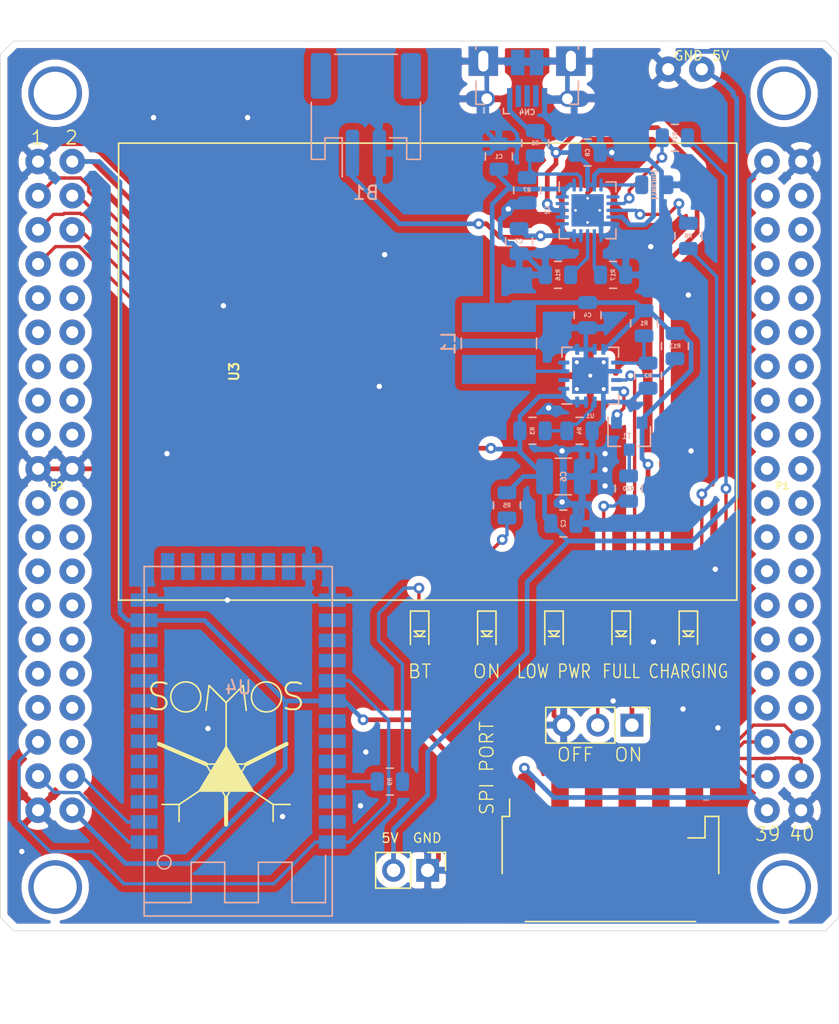
<source format=kicad_pcb>
(kicad_pcb (version 20171130) (host pcbnew 5.1.5-52549c5~86~ubuntu18.04.1)
  (layers (0 F.Cu signal) (31 B.Cu signal) (34 B.Paste user) (35 F.Paste user) (36 B.SilkS user) (37 F.SilkS user) (38 B.Mask user) (39 F.Mask user) (44 Edge.Cuts user))
  (net 0 "")
  (net 1 GND)
  (net 2 VBAT)
  (net 3 "Net-(R1-Pad1)")
  (net 4 "Net-(R3-Pad1)")
  (net 5 "Net-(R6-Pad1)")
  (net 6 VBUS)
  (net 7 "Net-(THERM1-Pad2)")
  (net 8 "Net-(R14-Pad1)")
  (net 9 "Net-(R8-Pad1)")
  (net 10 "Net-(R17-Pad2)")
  (net 11 "Net-(R16-Pad2)")
  (net 12 VLIPO)
  (net 13 "Net-(R20-Pad2)")
  (net 14 "Net-(L1-Pad2)")
  (net 15 "Net-(P1-Pad2-3)")
  (net 16 "Net-(P1-Pad2-4)")
  (net 17 "Net-(P1-Pad2-5)")
  (net 18 "Net-(P1-Pad2-6)")
  (net 19 "Net-(P1-Pad2-7)")
  (net 20 "Net-(P1-Pad2-35)")
  (net 21 "Net-(P1-Pad2-37)")
  (net 22 "Net-(P1-Pad2-38)")
  (net 23 "Net-(BT1-Pad1)")
  (net 24 5V)
  (net 25 "Net-(CHRG1-Pad2)")
  (net 26 "Net-(FULL1-Pad2)")
  (net 27 "Net-(LOW1-Pad1)")
  (net 28 "Net-(ON1-Pad1)")
  (net 29 3V)
  (net 30 "Net-(J2-Pad2)")
  (net 31 "Net-(J2-Pad3)")
  (net 32 "Net-(J2-Pad4)")
  (net 33 "Net-(J2-Pad5)")
  (net 34 ENABLE)
  (net 35 LBO)
  (net 36 "Net-(R9-Pad2)")
  (module SOMOS:MIMAS_mountingholes (layer F.Cu) (at 150 100)
    (fp_text reference P1 hide)
    (fp_text value CONN_40X2 hide)
    (fp_text user GND (at 20 -32) (layer F.SilkS) (effects (font (size 0.7 0.7) (thickness 0.1))))
    (fp_text user 5V (at 22.4 -32) (layer F.SilkS) (effects (font (size 0.7 0.7) (thickness 0.1))))
    (fp_text user 2 (at -25.908 -25.908) (layer F.SilkS) (effects (font (thickness 0.1))))
    (fp_text user 1 (at -28.448 -25.908) (layer F.SilkS) (effects (font (thickness 0.1))))
    (fp_text user 39 (at 25.908 25.908) (layer F.SilkS) (effects (font (thickness 0.1))))
    (fp_text user 40 (at 28.448 25.908) (layer F.SilkS) (effects (font (thickness 0.1))))
    (fp_text user 40 (at 28.448 25.908) (layer F.SilkS) (effects (font (thickness 0.1))))
    (fp_text user 39 (at 25.908 25.908) (layer F.SilkS) (effects (font (thickness 0.1))))
    (fp_text user P1 (at 27 0) (layer F.SilkS) (effects (font (size 0.5 0.5) (thickness 0.125))))
    (fp_text user P2 (at -27 0) (layer F.SilkS) (effects (font (size 0.5 0.5) (thickness 0.125))))
    (fp_text user 1 (at -28.448 -25.908) (layer F.SilkS) (effects (font (thickness 0.1))))
    (fp_text user 2 (at -25.908 -25.908) (layer F.SilkS) (effects (font (thickness 0.1))))
    (pad 42 thru_hole circle (at 18.5 -31) (size 1.9 1.9) (drill 0.9) (layers *.Cu *.Mask) (net 1 GND))
    (pad 41 thru_hole circle (at 21 -31) (size 1.9 1.9) (drill 0.9) (layers *.Cu *.Mask) (net 24 5V))
    (pad "" thru_hole circle (at -27.12 -29.21) (size 4 4) (drill 3.2) (layers *.Cu *.Mask))
    (pad 1-40 thru_hole circle (at 28.39 24.13) (size 1.9 1.9) (drill 0.9) (layers *.Cu *.Mask) (net 1 GND))
    (pad 1-39 thru_hole circle (at 25.85 24.13) (size 1.9 1.9) (drill 0.9) (layers *.Cu *.Mask) (net 29 3V))
    (pad 1-38 thru_hole circle (at 28.39 21.59) (size 1.9 1.9) (drill 0.9) (layers *.Cu *.Mask) (net 32 "Net-(J2-Pad4)"))
    (pad 1-37 thru_hole circle (at 25.85 21.59) (size 1.9 1.9) (drill 0.9) (layers *.Cu *.Mask) (net 33 "Net-(J2-Pad5)"))
    (pad 1-36 thru_hole circle (at 28.39 19.05) (size 1.9 1.9) (drill 0.9) (layers *.Cu *.Mask) (net 30 "Net-(J2-Pad2)"))
    (pad 1-35 thru_hole circle (at 25.85 19.05) (size 1.9 1.9) (drill 0.9) (layers *.Cu *.Mask) (net 31 "Net-(J2-Pad3)"))
    (pad 1-34 thru_hole circle (at 28.39 16.51) (size 1.9 1.9) (drill 0.9) (layers *.Cu *.Mask))
    (pad 1-33 thru_hole circle (at 25.85 16.51) (size 1.9 1.9) (drill 0.9) (layers *.Cu *.Mask))
    (pad 1-32 thru_hole circle (at 28.39 13.97) (size 1.9 1.9) (drill 0.9) (layers *.Cu *.Mask))
    (pad 1-31 thru_hole circle (at 25.85 13.97) (size 1.9 1.9) (drill 0.9) (layers *.Cu *.Mask))
    (pad 1-30 thru_hole circle (at 28.39 11.43) (size 1.9 1.9) (drill 0.9) (layers *.Cu *.Mask))
    (pad 1-29 thru_hole circle (at 25.85 11.43) (size 1.9 1.9) (drill 0.9) (layers *.Cu *.Mask))
    (pad 1-28 thru_hole circle (at 28.39 8.89) (size 1.9 1.9) (drill 0.9) (layers *.Cu *.Mask))
    (pad 1-27 thru_hole circle (at 25.85 8.89) (size 1.9 1.9) (drill 0.9) (layers *.Cu *.Mask))
    (pad 1-26 thru_hole circle (at 28.39 6.35) (size 1.9 1.9) (drill 0.9) (layers *.Cu *.Mask))
    (pad 1-25 thru_hole circle (at 25.85 6.35) (size 1.9 1.9) (drill 0.9) (layers *.Cu *.Mask))
    (pad 1-24 thru_hole circle (at 28.39 3.81) (size 1.9 1.9) (drill 0.9) (layers *.Cu *.Mask))
    (pad 1-23 thru_hole circle (at 25.85 3.81) (size 1.9 1.9) (drill 0.9) (layers *.Cu *.Mask))
    (pad 1-22 thru_hole circle (at 28.39 1.27) (size 1.9 1.9) (drill 0.9) (layers *.Cu *.Mask))
    (pad 1-21 thru_hole circle (at 25.85 1.27) (size 1.9 1.9) (drill 0.9) (layers *.Cu *.Mask))
    (pad 1-20 thru_hole circle (at 28.39 -1.27) (size 1.9 1.9) (drill 0.9) (layers *.Cu *.Mask))
    (pad 1-19 thru_hole circle (at 25.85 -1.27) (size 1.9 1.9) (drill 0.9) (layers *.Cu *.Mask))
    (pad 1-18 thru_hole circle (at 28.39 -3.81) (size 1.9 1.9) (drill 0.9) (layers *.Cu *.Mask))
    (pad 1-17 thru_hole circle (at 25.85 -3.81) (size 1.9 1.9) (drill 0.9) (layers *.Cu *.Mask))
    (pad 1-16 thru_hole circle (at 28.39 -6.35) (size 1.9 1.9) (drill 0.9) (layers *.Cu *.Mask))
    (pad 1-15 thru_hole circle (at 25.85 -6.35) (size 1.9 1.9) (drill 0.9) (layers *.Cu *.Mask))
    (pad 1-14 thru_hole circle (at 28.39 -8.89) (size 1.9 1.9) (drill 0.9) (layers *.Cu *.Mask))
    (pad 1-13 thru_hole circle (at 25.85 -8.89) (size 1.9 1.9) (drill 0.9) (layers *.Cu *.Mask))
    (pad 1-12 thru_hole circle (at 28.39 -11.43) (size 1.9 1.9) (drill 0.9) (layers *.Cu *.Mask))
    (pad 1-11 thru_hole circle (at 25.85 -11.43) (size 1.9 1.9) (drill 0.9) (layers *.Cu *.Mask))
    (pad 1-10 thru_hole circle (at 28.39 -13.97) (size 1.9 1.9) (drill 0.9) (layers *.Cu *.Mask))
    (pad 1-9 thru_hole circle (at 25.85 -13.97) (size 1.9 1.9) (drill 0.9) (layers *.Cu *.Mask))
    (pad 1-8 thru_hole circle (at 28.39 -16.51) (size 1.9 1.9) (drill 0.9) (layers *.Cu *.Mask))
    (pad 1-7 thru_hole circle (at 25.85 -16.51) (size 1.9 1.9) (drill 0.9) (layers *.Cu *.Mask))
    (pad 1-6 thru_hole circle (at 28.39 -19.05) (size 1.9 1.9) (drill 0.9) (layers *.Cu *.Mask))
    (pad 1-5 thru_hole circle (at 25.85 -19.05) (size 1.9 1.9) (drill 0.9) (layers *.Cu *.Mask))
    (pad 1-4 thru_hole circle (at 28.39 -21.59) (size 1.9 1.9) (drill 0.9) (layers *.Cu *.Mask))
    (pad 1-3 thru_hole circle (at 25.85 -21.59) (size 1.9 1.9) (drill 0.9) (layers *.Cu *.Mask))
    (pad 1-2 thru_hole circle (at 28.39 -24.13) (size 1.9 1.9) (drill 0.9) (layers *.Cu *.Mask) (net 1 GND))
    (pad 1-1 thru_hole circle (at 25.85 -24.13) (size 1.9 1.9) (drill 0.9) (layers *.Cu *.Mask) (net 29 3V))
    (pad 2-20 thru_hole circle (at -25.85 -1.27) (size 1.9 1.9) (drill 0.9) (layers *.Cu *.Mask) (net 1 GND))
    (pad 2-40 thru_hole circle (at -25.85 24.13) (size 1.9 1.9) (drill 0.9) (layers *.Cu *.Mask) (net 29 3V))
    (pad 2-39 thru_hole circle (at -28.39 24.13) (size 1.9 1.9) (drill 0.9) (layers *.Cu *.Mask) (net 1 GND))
    (pad 2-38 thru_hole circle (at -25.85 21.59) (size 1.9 1.9) (drill 0.9) (layers *.Cu *.Mask) (net 22 "Net-(P1-Pad2-38)"))
    (pad 2-37 thru_hole circle (at -28.39 21.59) (size 1.9 1.9) (drill 0.9) (layers *.Cu *.Mask) (net 21 "Net-(P1-Pad2-37)"))
    (pad 2-36 thru_hole circle (at -25.85 19.05) (size 1.9 1.9) (drill 0.9) (layers *.Cu *.Mask))
    (pad 2-35 thru_hole circle (at -28.39 19.05) (size 1.9 1.9) (drill 0.9) (layers *.Cu *.Mask) (net 20 "Net-(P1-Pad2-35)"))
    (pad 2-34 thru_hole circle (at -25.85 16.51) (size 1.9 1.9) (drill 0.9) (layers *.Cu *.Mask))
    (pad 2-33 thru_hole circle (at -28.39 16.51) (size 1.9 1.9) (drill 0.9) (layers *.Cu *.Mask))
    (pad 2-32 thru_hole circle (at -25.85 13.97) (size 1.9 1.9) (drill 0.9) (layers *.Cu *.Mask))
    (pad 2-31 thru_hole circle (at -28.39 13.97) (size 1.9 1.9) (drill 0.9) (layers *.Cu *.Mask))
    (pad 2-30 thru_hole circle (at -25.85 11.43) (size 1.9 1.9) (drill 0.9) (layers *.Cu *.Mask))
    (pad 2-29 thru_hole circle (at -28.39 11.43) (size 1.9 1.9) (drill 0.9) (layers *.Cu *.Mask))
    (pad 2-28 thru_hole circle (at -25.85 8.89) (size 1.9 1.9) (drill 0.9) (layers *.Cu *.Mask))
    (pad 2-27 thru_hole circle (at -28.39 8.89) (size 1.9 1.9) (drill 0.9) (layers *.Cu *.Mask))
    (pad 2-26 thru_hole circle (at -25.85 6.35) (size 1.9 1.9) (drill 0.9) (layers *.Cu *.Mask))
    (pad 2-25 thru_hole circle (at -28.39 6.35) (size 1.9 1.9) (drill 0.9) (layers *.Cu *.Mask))
    (pad 2-24 thru_hole circle (at -25.85 3.81) (size 1.9 1.9) (drill 0.9) (layers *.Cu *.Mask))
    (pad 2-23 thru_hole circle (at -28.39 3.81) (size 1.9 1.9) (drill 0.9) (layers *.Cu *.Mask))
    (pad 2-22 thru_hole circle (at -25.85 1.27) (size 1.9 1.9) (drill 0.9) (layers *.Cu *.Mask))
    (pad 2-21 thru_hole circle (at -28.39 1.27) (size 1.9 1.9) (drill 0.9) (layers *.Cu *.Mask))
    (pad 2-19 thru_hole circle (at -28.39 -1.27) (size 1.9 1.9) (drill 0.9) (layers *.Cu *.Mask) (net 1 GND))
    (pad 2-18 thru_hole circle (at -25.85 -3.81) (size 1.9 1.9) (drill 0.9) (layers *.Cu *.Mask))
    (pad 2-17 thru_hole circle (at -28.39 -3.81) (size 1.9 1.9) (drill 0.9) (layers *.Cu *.Mask))
    (pad 2-16 thru_hole circle (at -25.85 -6.35) (size 1.9 1.9) (drill 0.9) (layers *.Cu *.Mask))
    (pad 2-15 thru_hole circle (at -28.39 -6.35) (size 1.9 1.9) (drill 0.9) (layers *.Cu *.Mask))
    (pad 2-14 thru_hole circle (at -25.85 -8.89) (size 1.9 1.9) (drill 0.9) (layers *.Cu *.Mask))
    (pad 2-13 thru_hole circle (at -28.39 -8.89) (size 1.9 1.9) (drill 0.9) (layers *.Cu *.Mask))
    (pad 2-12 thru_hole circle (at -25.85 -11.43) (size 1.9 1.9) (drill 0.9) (layers *.Cu *.Mask))
    (pad 2-11 thru_hole circle (at -28.39 -11.43) (size 1.9 1.9) (drill 0.9) (layers *.Cu *.Mask))
    (pad 2-10 thru_hole circle (at -25.85 -13.97) (size 1.9 1.9) (drill 0.9) (layers *.Cu *.Mask))
    (pad 2-9 thru_hole circle (at -28.39 -13.97) (size 1.9 1.9) (drill 0.9) (layers *.Cu *.Mask))
    (pad 2-8 thru_hole circle (at -25.85 -16.51) (size 1.9 1.9) (drill 0.9) (layers *.Cu *.Mask))
    (pad 2-7 thru_hole circle (at -28.39 -16.51) (size 1.9 1.9) (drill 0.9) (layers *.Cu *.Mask) (net 19 "Net-(P1-Pad2-7)"))
    (pad 2-6 thru_hole circle (at -25.85 -19.05) (size 1.9 1.9) (drill 0.9) (layers *.Cu *.Mask) (net 18 "Net-(P1-Pad2-6)"))
    (pad 2-5 thru_hole circle (at -28.39 -19.05) (size 1.9 1.9) (drill 0.9) (layers *.Cu *.Mask) (net 17 "Net-(P1-Pad2-5)"))
    (pad 2-4 thru_hole circle (at -25.85 -21.59) (size 1.9 1.9) (drill 0.9) (layers *.Cu *.Mask) (net 16 "Net-(P1-Pad2-4)"))
    (pad 2-3 thru_hole circle (at -28.39 -21.59) (size 1.9 1.9) (drill 0.9) (layers *.Cu *.Mask) (net 15 "Net-(P1-Pad2-3)"))
    (pad 2-2 thru_hole circle (at -25.85 -24.13) (size 1.9 1.9) (drill 0.9) (layers *.Cu *.Mask) (net 29 3V))
    (pad 2-1 thru_hole circle (at -28.39 -24.13) (size 1.9 1.9) (drill 0.9) (layers *.Cu *.Mask) (net 1 GND))
    (pad "" thru_hole circle (at 27.12 -29.21) (size 4 4) (drill 3.2) (layers *.Cu *.Mask))
    (pad "" thru_hole circle (at -27.12 29.845) (size 4 4) (drill 3.2) (layers *.Cu *.Mask))
    (pad "" thru_hole circle (at 27.12 29.845) (size 4 4) (drill 3.2) (layers *.Cu *.Mask))
  )
  (module SOMOS:QFN-16-1EP_4x4mm_P0.65mm_EP2.7x2.7mm_ThermalVias (layer B.Cu) (at 162.7 91.8)
    (fp_text reference U1 (at 0 3) (layer B.SilkS) (effects (font (size 0.3 0.3) (thickness 0.075)) (justify mirror)))
    (fp_text value TPS61090RSAR)
    (pad 17 smd rect (at 0 0) (size 2.7 2.7) (layers B.Cu B.Paste B.Mask) (net 1 GND))
    (pad 17 thru_hole circle (at 0 0) (size 0.6 0.6) (drill 0.3) (layers *.Cu) (net 1 GND))
    (pad 17 thru_hole circle (at 1 -1) (size 0.6 0.6) (drill 0.3) (layers *.Cu) (net 1 GND))
    (pad 17 thru_hole circle (at -1 -1) (size 0.6 0.6) (drill 0.3) (layers *.Cu) (net 1 GND))
    (pad 17 thru_hole circle (at 1 1) (size 0.6 0.6) (drill 0.3) (layers *.Cu) (net 1 GND))
    (pad 16 smd roundrect (at -0.975 1.9625) (size 0.3 0.825) (layers B.Cu B.Paste B.Mask) (net 24 5V))
    (pad 15 smd roundrect (at -0.325 1.9625) (size 0.3 0.825) (layers B.Cu B.Paste B.Mask) (net 24 5V))
    (pad 14 smd roundrect (at 0.325 1.9625) (size 0.3 0.825) (layers B.Cu B.Paste B.Mask) (net 4 "Net-(R3-Pad1)"))
    (pad 13 smd roundrect (at 0.975 1.9625) (size 0.3 0.825) (layers B.Cu B.Paste B.Mask) (net 1 GND))
    (pad 12 smd roundrect (at 1.9625 0.975) (size 0.825 0.3) (layers B.Cu B.Paste B.Mask) (net 35 LBO))
    (pad 11 smd roundrect (at 1.9625 0.325) (size 0.825 0.3) (layers B.Cu B.Paste B.Mask) (net 34 ENABLE))
    (pad 10 smd roundrect (at 1.9625 -0.325) (size 0.825 0.3) (layers B.Cu B.Paste B.Mask) (net 1 GND))
    (pad 9 smd roundrect (at 1.9625 -0.975) (size 0.825 0.3) (layers B.Cu B.Paste B.Mask) (net 3 "Net-(R1-Pad1)"))
    (pad 8 smd roundrect (at 0.975 -1.9625) (size 0.3 0.825) (layers B.Cu B.Paste B.Mask) (net 2 VBAT))
    (pad 7 smd roundrect (at 0.325 -1.9625) (size 0.3 0.825) (layers B.Cu B.Paste B.Mask) (net 1 GND))
    (pad 6 smd roundrect (at -0.325 -1.9625) (size 0.3 0.825) (layers B.Cu B.Paste B.Mask) (net 1 GND))
    (pad 5 smd roundrect (at -0.975 -1.9625) (size 0.3 0.825) (layers B.Cu B.Paste B.Mask) (net 1 GND))
    (pad 4 smd roundrect (at -1.9625 -0.975) (size 0.825 0.3) (layers B.Cu B.Paste B.Mask) (net 14 "Net-(L1-Pad2)"))
    (pad 3 smd roundrect (at -1.9625 -0.325) (size 0.825 0.3) (layers B.Cu B.Paste B.Mask) (net 14 "Net-(L1-Pad2)"))
    (pad 2 smd roundrect (at -1.9625 0.325) (size 0.825 0.3) (layers B.Cu B.Paste B.Mask))
    (pad 1 smd roundrect (at -1.9625 0.975) (size 0.825 0.3) (layers B.Cu B.Paste B.Mask) (net 24 5V))
    (pad 17 smd rect (at 0 0) (size 2.7 2.7) (layers F.Cu) (net 1 GND))
    (pad 17 thru_hole circle (at -1 1) (size 0.6 0.6) (drill 0.3) (layers *.Cu) (net 1 GND))
  )
  (module SOMOS:Texas_S-PVQFN-N20_EP2.4x2.4mm_ThermalVias (layer B.Cu) (at 162.5 79.5 270)
    (fp_text reference U2 (at 0 3 90) (layer B.SilkS) (effects (font (size 0.3 0.3) (thickness 0.075)) (justify mirror)))
    (fp_text value MCP73871)
    (pad 20 smd roundrect (at -1 1.8875 270) (size 0.25 0.975) (layers B.Cu B.Mask) (net 2 VBAT))
    (pad 19 smd roundrect (at -0.5 1.8875 270) (size 0.25 0.975) (layers B.Cu B.Mask) (net 6 VBUS))
    (pad 18 smd roundrect (at 0 1.8875 270) (size 0.25 0.975) (layers B.Cu B.Mask) (net 6 VBUS))
    (pad 17 smd roundrect (at 0.5 1.8875 270) (size 0.25 0.975) (layers B.Cu B.Mask) (net 6 VBUS))
    (pad 16 smd roundrect (at 1 1.8875 270) (size 0.25 0.975) (layers B.Cu B.Mask) (net 12 VLIPO))
    (pad 15 smd roundrect (at 1.8875 1 270) (size 0.975 0.25) (layers B.Cu B.Mask) (net 12 VLIPO))
    (pad 14 smd roundrect (at 1.8875 0.5 270) (size 0.975 0.25) (layers B.Cu B.Mask) (net 12 VLIPO))
    (pad 13 smd roundrect (at 1.8875 0 270) (size 0.975 0.25) (layers B.Cu B.Mask) (net 11 "Net-(R16-Pad2)"))
    (pad 12 smd roundrect (at 1.8875 -0.5 270) (size 0.975 0.25) (layers B.Cu B.Mask) (net 10 "Net-(R17-Pad2)"))
    (pad 11 smd roundrect (at 1.8875 -1 270) (size 0.975 0.25) (layers B.Cu B.Mask) (net 1 GND))
    (pad 10 smd roundrect (at 1 -1.8875 270) (size 0.25 0.975) (layers B.Cu B.Mask) (net 1 GND))
    (pad 9 smd roundrect (at 0.5 -1.8875 270) (size 0.25 0.975) (layers B.Cu B.Mask) (net 6 VBUS))
    (pad 8 smd roundrect (at 0 -1.8875 270) (size 0.25 0.975) (layers B.Cu B.Mask) (net 9 "Net-(R8-Pad1)"))
    (pad 7 smd roundrect (at -0.5 -1.8875 270) (size 0.25 0.975) (layers B.Cu B.Mask) (net 8 "Net-(R14-Pad1)"))
    (pad 6 smd roundrect (at -1 -1.8875 270) (size 0.25 0.975) (layers B.Cu B.Mask))
    (pad 5 smd roundrect (at -1.8875 -1 270) (size 0.975 0.25) (layers B.Cu B.Mask) (net 7 "Net-(THERM1-Pad2)"))
    (pad 4 smd roundrect (at -1.8875 -0.5 270) (size 0.975 0.25) (layers B.Cu B.Mask) (net 6 VBUS))
    (pad 3 smd roundrect (at -1.8875 0 270) (size 0.975 0.25) (layers B.Cu B.Mask) (net 6 VBUS))
    (pad 2 smd roundrect (at -1.8875 0.5 270) (size 0.975 0.25) (layers B.Cu B.Mask) (net 5 "Net-(R6-Pad1)"))
    (pad 1 smd roundrect (at -1.8875 1 270) (size 0.975 0.25) (layers B.Cu B.Mask) (net 2 VBAT))
    (pad 21 smd rect (at 0 0 270) (size 2.4 2.4) (layers F.Cu) (net 1 GND))
    (pad 21 thru_hole circle (at 0 -0.9 270) (size 0.55 0.55) (drill 0.2) (layers *.Cu) (net 1 GND))
    (pad 21 thru_hole circle (at 0.9 0 270) (size 0.55 0.55) (drill 0.2) (layers *.Cu) (net 1 GND))
    (pad 21 thru_hole circle (at -0.9 0 270) (size 0.55 0.55) (drill 0.2) (layers *.Cu) (net 1 GND))
    (pad 21 thru_hole circle (at 0 0.9 270) (size 0.55 0.55) (drill 0.2) (layers *.Cu) (net 1 GND))
    (pad 21 smd rect (at 0 0 270) (size 2.4 2.4) (layers B.Cu B.Paste B.Mask) (net 1 GND))
  )
  (module SOMOS:USB_Micro-B_GCT_USB3076-30-A (layer B.Cu) (at 158 68.7)
    (fp_text reference CN4 (at 0 3.5) (layer B.SilkS) (effects (font (size 0.4 0.4) (thickness 0.1)) (justify mirror)))
    (fp_text value MicroUSB)
    (pad "" np_thru_hole circle (at -2.025 1.375) (size 0.75 0.75) (drill 0.75) (layers *.Cu))
    (pad 6 thru_hole oval (at 3 2.5 180) (size 2.2 1.2) (drill 0.8 (offset -0.5 0)) (layers *.Cu *.Mask B.Paste) (net 1 GND))
    (pad "" np_thru_hole circle (at 2.025 1.375) (size 0.75 0.75) (drill 0.75) (layers *.Cu))
    (pad 6 thru_hole oval (at -3 2.5) (size 2.2 1.2) (drill 0.8 (offset -0.5 0)) (layers *.Cu *.Mask B.Paste) (net 1 GND))
    (pad 6 thru_hole rect (at 3.26 -0.3) (size 2.2 2.2) (drill oval 0.75 1.55) (layers *.Cu *.Mask B.Paste) (net 1 GND))
    (pad 6 thru_hole rect (at -3.26 -0.3 180) (size 2.2 2.2) (drill oval 0.75 1.55) (layers *.Cu *.Mask B.Paste) (net 1 GND))
    (pad 6 smd rect (at -0.7 -0.2) (size 1 1.9) (layers B.Cu B.Paste B.Mask) (net 1 GND))
    (pad 3 smd rect (at 0 2.3) (size 0.4 1.6) (layers B.Cu B.Paste B.Mask))
    (pad 4 smd rect (at 0.65 2.3) (size 0.4 1.6) (layers B.Cu B.Paste B.Mask))
    (pad 5 smd rect (at 1.3 2.4) (size 0.4 1.4) (layers B.Cu B.Paste B.Mask) (net 1 GND))
    (pad 1 smd rect (at -1.3 2.4) (size 0.4 1.4) (layers B.Cu B.Paste B.Mask) (net 6 VBUS))
    (pad 2 smd rect (at -0.65 2.3) (size 0.4 1.6) (layers B.Cu B.Paste B.Mask))
    (pad 6 smd rect (at 0.7 -0.2) (size 1 1.9) (layers B.Cu B.Paste B.Mask) (net 1 GND))
  )
  (module Connector_PinHeader_2.54mm:PinHeader_1x02_P2.54mm_Vertical (layer F.Cu) (at 150.6 128.6 270)
    (fp_text reference "5V  GND" (at -2.4 1.2 180) (layer F.SilkS) (effects (font (size 0.7 0.7) (thickness 0.1))))
    (fp_text value TERM_OUTPUT_1X2)
    (pad 2 thru_hole oval (at 0 2.54 270) (size 1.7 1.7) (drill 1) (layers *.Cu *.Mask) (net 24 5V))
    (pad 1 thru_hole rect (at 0 0 270) (size 1.7 1.7) (drill 1) (layers *.Cu *.Mask) (net 1 GND))
  )
  (module SOMOS:TFT128x160 (layer F.Cu) (at 138.6 91.5 90)
    (fp_text reference U3 (at 0 -2.4 90) (layer F.SilkS) (effects (font (size 0.7 0.7))))
    (fp_text value TFT_128x160)
    (pad 14 smd rect (at 5.2 0 90) (size 0.4 3) (layers F.Cu F.Paste F.Mask))
    (pad 13 smd rect (at 4.4 0 90) (size 0.4 3) (layers F.Cu F.Paste F.Mask) (net 1 GND))
    (pad 12 smd rect (at 3.6 0 90) (size 0.4 3) (layers F.Cu F.Paste F.Mask) (net 15 "Net-(P1-Pad2-3)"))
    (pad 11 smd rect (at 2.8 0 90) (size 0.4 3) (layers F.Cu F.Paste F.Mask) (net 29 3V))
    (pad 10 smd rect (at 2 0 90) (size 0.4 3) (layers F.Cu F.Paste F.Mask) (net 29 3V))
    (pad 9 smd rect (at 1.2 0 90) (size 0.4 3) (layers F.Cu F.Paste F.Mask) (net 16 "Net-(P1-Pad2-4)"))
    (pad 8 smd rect (at 0.4 0 90) (size 0.4 3) (layers F.Cu F.Paste F.Mask) (net 17 "Net-(P1-Pad2-5)"))
    (pad 7 smd rect (at -0.4 0 90) (size 0.4 3) (layers F.Cu F.Paste F.Mask) (net 18 "Net-(P1-Pad2-6)"))
    (pad 6 smd rect (at -1.2 0 90) (size 0.4 3) (layers F.Cu F.Paste F.Mask) (net 19 "Net-(P1-Pad2-7)"))
    (pad 5 smd rect (at -2 0 90) (size 0.4 3) (layers F.Cu F.Paste F.Mask) (net 1 GND))
    (pad 4 smd rect (at -2.8 0 90) (size 0.4 3) (layers F.Cu F.Paste F.Mask) (net 24 5V))
    (pad 3 smd rect (at -3.6 0 90) (size 0.4 3) (layers F.Cu F.Paste F.Mask) (net 1 GND))
    (pad 2 smd rect (at -4.4 0 90) (size 0.4 3) (layers F.Cu F.Paste F.Mask) (net 1 GND))
    (pad 1 smd rect (at -5.2 0 90) (size 0.4 3) (layers F.Cu F.Paste F.Mask))
  )
  (module SOMOS:L_Wuerth_WE-PD2-Typ-MS (layer B.Cu) (at 155.9 89.4 270)
    (fp_text reference L1 (at 0 3.75 90) (layer B.SilkS) (effects (justify mirror)))
    (fp_text value 6.8uH)
    (pad 2 smd rect (at 1.93 0 270) (size 2.15 5.5) (layers B.Cu B.Paste B.Mask) (net 14 "Net-(L1-Pad2)"))
    (pad 1 smd rect (at -1.93 0 270) (size 2.15 5.5) (layers B.Cu B.Paste B.Mask) (net 2 VBAT))
  )
  (module SOMOS:JST_PH_S2B-PH-SM4-TB_1x02-1MP_P2.00mm_Horizontal (layer B.Cu) (at 146 72.4)
    (fp_text reference B1 (at 0 5.8) (layer B.SilkS) (effects (justify mirror)))
    (fp_text value "JST 2-PH")
    (pad MP smd roundrect (at 3.35 -2.9) (size 1.5 3.4) (layers B.Cu B.Paste B.Mask) (roundrect_rratio 0.166667))
    (pad MP smd roundrect (at -3.35 -2.9) (size 1.5 3.4) (layers B.Cu B.Paste B.Mask) (roundrect_rratio 0.166667))
    (pad 1 smd roundrect (at 1 2.85) (size 1 3.5) (layers B.Cu B.Paste B.Mask) (net 1 GND))
    (pad 2 smd roundrect (at -1 2.85) (size 1 3.5) (layers B.Cu B.Paste B.Mask) (net 12 VLIPO))
  )
  (module SOMOS:JST_XH_S6B-XH-SM4 (layer F.Cu) (at 164.2 132.4)
    (fp_text reference "SPI PORT" (at -9.2 -11.4 90) (layer F.SilkS) (effects (font (thickness 0.1))))
    (fp_text value Conn_01x06_Female)
    (pad MP smd roundrect (at 9.45 -1.95) (size 1.8 3.9) (layers F.Cu F.Paste F.Mask) (roundrect_rratio 0.167))
    (pad MP smd roundrect (at -9.45 -1.95) (size 1.8 3.9) (layers F.Cu F.Paste F.Mask) (roundrect_rratio 0.167))
    (pad 6 smd roundrect (at 6.25 -8.75) (size 1.3 4.5) (layers F.Cu F.Paste F.Mask) (net 1 GND))
    (pad 5 smd roundrect (at 3.75 -8.75) (size 1.3 4.5) (layers F.Cu F.Paste F.Mask) (net 33 "Net-(J2-Pad5)"))
    (pad 4 smd roundrect (at 1.25 -8.75) (size 1.3 4.5) (layers F.Cu F.Paste F.Mask) (net 32 "Net-(J2-Pad4)"))
    (pad 3 smd roundrect (at -1.25 -8.75) (size 1.3 4.5) (layers F.Cu F.Paste F.Mask) (net 31 "Net-(J2-Pad3)"))
    (pad 2 smd roundrect (at -3.75 -8.75) (size 1.3 4.5) (layers F.Cu F.Paste F.Mask) (net 30 "Net-(J2-Pad2)"))
    (pad 1 smd roundrect (at -6.25 -8.75) (size 1.3 4.5) (layers F.Cu F.Paste F.Mask) (net 29 3V))
  )
  (module SOMOS:R_0805_2012Metric (layer B.Cu) (at 156.5 101.45 270)
    (fp_text reference R5 (at 0 0 180) (layer B.SilkS) (effects (font (size 0.3 0.3) (thickness 0.075)) (justify mirror)))
    (fp_text value 1K)
    (pad 2 smd roundrect (at 0.9375 0 270) (size 0.975 1.4) (layers B.Cu B.Paste B.Mask) (net 28 "Net-(ON1-Pad1)"))
    (pad 1 smd roundrect (at -0.9375 0 270) (size 0.975 1.4) (layers B.Cu B.Paste B.Mask) (net 24 5V))
  )
  (module SOMOS:HC-05_SMC (layer B.Cu) (at 136.5 120)
    (fp_text reference U4 (at 0 -5) (layer B.SilkS) (effects (justify mirror)))
    (fp_text value HC-05)
    (pad 34 smd rect (at 7 6.5 180) (size 2 1) (layers B.Cu B.Paste B.Mask) (net 20 "Net-(P1-Pad2-35)"))
    (pad 33 smd rect (at 7 5 180) (size 2 1) (layers B.Cu B.Paste B.Mask))
    (pad 32 smd rect (at 7 3.5 180) (size 2 1) (layers B.Cu B.Paste B.Mask))
    (pad 31 smd rect (at 7 2 180) (size 2 1) (layers B.Cu B.Paste B.Mask) (net 36 "Net-(R9-Pad2)"))
    (pad 30 smd rect (at 7 0.5 180) (size 2 1) (layers B.Cu B.Paste B.Mask))
    (pad 29 smd rect (at 7 -1 180) (size 2 1) (layers B.Cu B.Paste B.Mask))
    (pad 28 smd rect (at 7 -2.5 180) (size 2 1) (layers B.Cu B.Paste B.Mask))
    (pad 27 smd rect (at 7 -4 180) (size 2 1) (layers B.Cu B.Paste B.Mask) (net 29 3V))
    (pad 26 smd rect (at 7 -5.5 180) (size 2 1) (layers B.Cu B.Paste B.Mask) (net 20 "Net-(P1-Pad2-35)"))
    (pad 25 smd rect (at 7 -7 180) (size 2 1) (layers B.Cu B.Paste B.Mask))
    (pad 24 smd rect (at 7 -8.5 180) (size 2 1) (layers B.Cu B.Paste B.Mask))
    (pad 23 smd rect (at 7 -10 180) (size 2 1) (layers B.Cu B.Paste B.Mask))
    (pad 22 smd rect (at 7 -11.5 180) (size 2 1) (layers B.Cu B.Paste B.Mask) (net 1 GND))
    (pad 21 smd rect (at 5.25 -14 270) (size 2 1) (layers B.Cu B.Paste B.Mask) (net 1 GND))
    (pad 20 smd rect (at 3.75 -14 270) (size 2 1) (layers B.Cu B.Paste B.Mask))
    (pad 19 smd rect (at 2.25 -14 270) (size 2 1) (layers B.Cu B.Paste B.Mask))
    (pad 18 smd rect (at 0.75 -14 270) (size 2 1) (layers B.Cu B.Paste B.Mask))
    (pad 17 smd rect (at -0.75 -14 270) (size 2 1) (layers B.Cu B.Paste B.Mask))
    (pad 16 smd rect (at -2.25 -14 270) (size 2 1) (layers B.Cu B.Paste B.Mask))
    (pad 15 smd rect (at -3.75 -14 270) (size 2 1) (layers B.Cu B.Paste B.Mask))
    (pad 14 smd rect (at -5.25 -14 270) (size 2 1) (layers B.Cu B.Paste B.Mask))
    (pad 13 smd rect (at -7 -11.5) (size 2 1) (layers B.Cu B.Paste B.Mask) (net 1 GND))
    (pad 12 smd rect (at -7 -10) (size 2 1) (layers B.Cu B.Paste B.Mask) (net 29 3V))
    (pad 11 smd rect (at -7 -8.5) (size 2 1) (layers B.Cu B.Paste B.Mask))
    (pad 10 smd rect (at -7 -7) (size 2 1) (layers B.Cu B.Paste B.Mask))
    (pad 9 smd rect (at -7 -5.5) (size 2 1) (layers B.Cu B.Paste B.Mask))
    (pad 8 smd rect (at -7 -4) (size 2 1) (layers B.Cu B.Paste B.Mask))
    (pad 7 smd rect (at -7 -2.5) (size 2 1) (layers B.Cu B.Paste B.Mask))
    (pad 6 smd rect (at -7 -1) (size 2 1) (layers B.Cu B.Paste B.Mask))
    (pad 5 smd rect (at -7 0.5) (size 2 1) (layers B.Cu B.Paste B.Mask))
    (pad 4 smd rect (at -7 2) (size 2 1) (layers B.Cu B.Paste B.Mask))
    (pad 3 smd rect (at -7 3.5) (size 2 1) (layers B.Cu B.Paste B.Mask))
    (pad 2 smd rect (at -7 5) (size 2 1) (layers B.Cu B.Paste B.Mask) (net 22 "Net-(P1-Pad2-38)"))
    (pad 1 smd rect (at -7 6.5) (size 2 1) (layers B.Cu B.Paste B.Mask) (net 21 "Net-(P1-Pad2-37)"))
  )
  (module SOMOS:C_1210_3225Metric (layer B.Cu) (at 160.7 99.3)
    (fp_text reference C6 (at 0 0 -90) (layer B.SilkS) (effects (font (size 0.4 0.4) (thickness 0.1)) (justify mirror)))
    (fp_text value 100uF)
    (pad 2 smd roundrect (at 1.4 0) (size 1.25 2.65) (layers B.Cu B.Paste B.Mask) (roundrect_rratio 0.2) (net 1 GND))
    (pad 1 smd roundrect (at -1.4 0) (size 1.25 2.65) (layers B.Cu B.Paste B.Mask) (roundrect_rratio 0.2) (net 24 5V))
  )
  (module Connector_PinHeader_2.54mm:PinHeader_1x03_P2.54mm_Vertical (layer F.Cu) (at 165.8 117.8 270)
    (fp_text reference "OFF  ON" (at 2.2 2.4 180) (layer F.SilkS) (effects (font (thickness 0.1))))
    (fp_text value Conn_01x03_Female hide)
    (pad 3 thru_hole oval (at 0 5.08 270) (size 1.7 1.7) (drill 1) (layers *.Cu *.Mask) (net 1 GND))
    (pad 2 thru_hole oval (at 0 2.54 270) (size 1.7 1.7) (drill 1) (layers *.Cu *.Mask) (net 34 ENABLE))
    (pad 1 thru_hole rect (at 0 0 270) (size 1.7 1.7) (drill 1) (layers *.Cu *.Mask) (net 2 VBAT))
  )
  (module SOMOS:R_0805_2012Metric (layer B.Cu) (at 147.7875 122 180)
    (fp_text reference R9 (at 0 0 270) (layer B.SilkS) (effects (font (size 0.3 0.3) (thickness 0.075)) (justify mirror)))
    (fp_text value 1K hide)
    (pad 2 smd roundrect (at 0.9375 0 180) (size 0.975 1.4) (layers B.Cu B.Paste B.Mask) (net 36 "Net-(R9-Pad2)"))
    (pad 1 smd roundrect (at -0.9375 0 180) (size 0.975 1.4) (layers B.Cu B.Paste B.Mask) (net 23 "Net-(BT1-Pad1)"))
  )
  (module SOMOS:LED_0603_1608Metric_Castellated (layer F.Cu) (at 150 111 270)
    (fp_text reference BT (at 2.8 0 180) (layer F.SilkS) (effects (font (thickness 0.1))))
    (fp_text value RED)
    (pad 2 smd roundrect (at 0.8125 0 270) (size 1.1 0.85) (layers F.Cu F.Paste F.Mask) (net 1 GND))
    (pad 1 smd roundrect (at -0.8125 0 270) (size 1.1 0.85) (layers F.Cu F.Paste F.Mask) (net 23 "Net-(BT1-Pad1)"))
  )
  (module SOMOS:SOT-23 (layer B.Cu) (at 165.6 96.3 270)
    (fp_text reference T1 (at 0 0.2) (layer B.SilkS) (effects (font (size 0.4 0.4) (thickness 0.075)) (justify mirror)))
    (fp_text value MMUN2133LT1G hide)
    (pad 3 smd rect (at 1 0 270) (size 0.9 0.8) (layers B.Cu B.Paste B.Mask) (net 13 "Net-(R20-Pad2)"))
    (pad 2 smd rect (at -1 -0.95 270) (size 0.9 0.8) (layers B.Cu B.Paste B.Mask) (net 2 VBAT))
    (pad 1 smd rect (at -1 0.95 270) (size 0.9 0.8) (layers B.Cu B.Paste B.Mask) (net 35 LBO))
  )
  (module SOMOS:LED_0603_1608Metric_Castellated (layer F.Cu) (at 155 111 270)
    (fp_text reference ON (at 2.8 0 180) (layer F.SilkS) (effects (font (thickness 0.1))))
    (fp_text value BLUE)
    (pad 2 smd roundrect (at 0.8125 0 270) (size 1.1 0.85) (layers F.Cu F.Paste F.Mask) (net 1 GND))
    (pad 1 smd roundrect (at -0.8125 0 270) (size 1.1 0.85) (layers F.Cu F.Paste F.Mask) (net 28 "Net-(ON1-Pad1)"))
  )
  (module SOMOS:LED_0603_1608Metric_Castellated (layer F.Cu) (at 160 111 270)
    (fp_text reference "LOW PWR" (at 2.8 0 180) (layer F.SilkS) (effects (font (size 1 0.8) (thickness 0.1))))
    (fp_text value RED)
    (pad 2 smd roundrect (at 0.8125 0 270) (size 1.1 0.85) (layers F.Cu F.Paste F.Mask) (net 1 GND))
    (pad 1 smd roundrect (at -0.8125 0 270) (size 1.1 0.85) (layers F.Cu F.Paste F.Mask) (net 27 "Net-(LOW1-Pad1)"))
  )
  (module SOMOS:LED_0603_1608Metric_Castellated (layer F.Cu) (at 165 111 270)
    (fp_text reference FULL (at 2.8 0 180) (layer F.SilkS) (effects (font (size 1 0.8) (thickness 0.1))))
    (fp_text value GREEN)
    (pad 2 smd roundrect (at 0.8125 0 270) (size 1.1 0.85) (layers F.Cu F.Paste F.Mask) (net 26 "Net-(FULL1-Pad2)"))
    (pad 1 smd roundrect (at -0.8125 0 270) (size 1.1 0.85) (layers F.Cu F.Paste F.Mask) (net 6 VBUS))
  )
  (module SOMOS:LED_0603_1608Metric_Castellated (layer F.Cu) (at 170 111 270)
    (fp_text reference CHARGING (at 2.8 0 180) (layer F.SilkS) (effects (font (size 1 0.8) (thickness 0.1))))
    (fp_text value ORANGE)
    (pad 2 smd roundrect (at 0.8125 0 270) (size 1.1 0.85) (layers F.Cu F.Paste F.Mask) (net 25 "Net-(CHRG1-Pad2)"))
    (pad 1 smd roundrect (at -0.8125 0 270) (size 1.1 0.85) (layers F.Cu F.Paste F.Mask) (net 6 VBUS))
  )
  (module SOMOS:C_0805_2012Metric (layer B.Cu) (at 162.5 75.2)
    (fp_text reference C8 (at 0 0 -90) (layer B.SilkS) (effects (font (size 0.3 0.3) (thickness 0.075)) (justify mirror)))
    (fp_text value 10uF)
    (pad 2 smd roundrect (at 0.9375 0) (size 0.975 1.4) (layers B.Cu B.Paste B.Mask) (net 1 GND))
    (pad 1 smd roundrect (at -0.9375 0) (size 0.975 1.4) (layers B.Cu B.Paste B.Mask) (net 6 VBUS))
  )
  (module SOMOS:C_0805_2012Metric (layer B.Cu) (at 157.4 81.8 270)
    (fp_text reference C7 (at 0 0 180) (layer B.SilkS) (effects (font (size 0.3 0.3) (thickness 0.075)) (justify mirror)))
    (fp_text value 10uF)
    (pad 2 smd roundrect (at 0.9375 0 270) (size 0.975 1.4) (layers B.Cu B.Paste B.Mask) (net 1 GND))
    (pad 1 smd roundrect (at -0.9375 0 270) (size 0.975 1.4) (layers B.Cu B.Paste B.Mask) (net 12 VLIPO))
  )
  (module SOMOS:C_0805_2012Metric (layer B.Cu) (at 162.5 87.3 270)
    (fp_text reference C4 (at 0 0 180) (layer B.SilkS) (effects (font (size 0.3 0.3) (thickness 0.075)) (justify mirror)))
    (fp_text value 0.1uF)
    (pad 2 smd roundrect (at 0.9375 0 270) (size 0.975 1.4) (layers B.Cu B.Paste B.Mask) (net 1 GND))
    (pad 1 smd roundrect (at -0.9375 0 270) (size 0.975 1.4) (layers B.Cu B.Paste B.Mask) (net 2 VBAT))
  )
  (module SOMOS:C_0805_2012Metric (layer B.Cu) (at 160.7 102.8)
    (fp_text reference C2 (at 0 0 -90) (layer B.SilkS) (effects (font (size 0.3 0.3) (thickness 0.075)) (justify mirror)))
    (fp_text value 2.2uF)
    (pad 2 smd roundrect (at 0.9375 0) (size 0.975 1.4) (layers B.Cu B.Paste B.Mask) (net 1 GND))
    (pad 1 smd roundrect (at -0.9375 0) (size 0.975 1.4) (layers B.Cu B.Paste B.Mask) (net 24 5V))
  )
  (module SOMOS:C_0805_2012Metric (layer B.Cu) (at 155.9 75.5 90)
    (fp_text reference C1 (at 0 0 180) (layer B.SilkS) (effects (font (size 0.3 0.3) (thickness 0.075)) (justify mirror)))
    (fp_text value 10uF)
    (pad 2 smd roundrect (at 0.9375 0 90) (size 0.975 1.4) (layers B.Cu B.Paste B.Mask) (net 1 GND))
    (pad 1 smd roundrect (at -0.9375 0 90) (size 0.975 1.4) (layers B.Cu B.Paste B.Mask) (net 2 VBAT))
  )
  (module SOMOS:R_0805_2012Metric (layer B.Cu) (at 167.4625 77.6 180)
    (fp_text reference THERM1 (at 0 0 270) (layer B.SilkS) (effects (font (size 0.3 0.3) (thickness 0.075)) (justify mirror)))
    (fp_text value 15K)
    (pad 2 smd roundrect (at 0.9375 0 180) (size 0.975 1.4) (layers B.Cu B.Paste B.Mask) (net 7 "Net-(THERM1-Pad2)"))
    (pad 1 smd roundrect (at -0.9375 0 180) (size 0.975 1.4) (layers B.Cu B.Paste B.Mask) (net 1 GND))
  )
  (module SOMOS:R_0805_2012Metric (layer B.Cu) (at 165.55 100.2 90)
    (fp_text reference R20 (at 0 0 180) (layer B.SilkS) (effects (font (size 0.3 0.3) (thickness 0.075)) (justify mirror)))
    (fp_text value 1K)
    (pad 2 smd roundrect (at 0.9375 0 90) (size 0.975 1.4) (layers B.Cu B.Paste B.Mask) (net 13 "Net-(R20-Pad2)"))
    (pad 1 smd roundrect (at -0.9375 0 90) (size 0.975 1.4) (layers B.Cu B.Paste B.Mask) (net 27 "Net-(LOW1-Pad1)"))
  )
  (module SOMOS:R_0805_2012Metric (layer B.Cu) (at 164.4 84.3 180)
    (fp_text reference R17 (at 0 0 270) (layer B.SilkS) (effects (font (size 0.3 0.3) (thickness 0.075)) (justify mirror)))
    (fp_text value 100K)
    (pad 2 smd roundrect (at 0.9375 0 180) (size 0.975 1.4) (layers B.Cu B.Paste B.Mask) (net 10 "Net-(R17-Pad2)"))
    (pad 1 smd roundrect (at -0.9375 0 180) (size 0.975 1.4) (layers B.Cu B.Paste B.Mask) (net 1 GND))
  )
  (module SOMOS:R_0805_2012Metric (layer B.Cu) (at 160.3 84.3)
    (fp_text reference R16 (at 0 0 -90) (layer B.SilkS) (effects (font (size 0.3 0.3) (thickness 0.075)) (justify mirror)))
    (fp_text value 1.0K)
    (pad 2 smd roundrect (at 0.9375 0) (size 0.975 1.4) (layers B.Cu B.Paste B.Mask) (net 11 "Net-(R16-Pad2)"))
    (pad 1 smd roundrect (at -0.9375 0) (size 0.975 1.4) (layers B.Cu B.Paste B.Mask) (net 1 GND))
  )
  (module SOMOS:R_0805_2012Metric (layer B.Cu) (at 169 89.6 270)
    (fp_text reference R13 (at 0 0 180) (layer B.SilkS) (effects (font (size 0.3 0.3) (thickness 0.075)) (justify mirror)))
    (fp_text value 200K)
    (pad 2 smd roundrect (at 0.9375 0 270) (size 0.975 1.4) (layers B.Cu B.Paste B.Mask) (net 34 ENABLE))
    (pad 1 smd roundrect (at -0.9375 0 270) (size 0.975 1.4) (layers B.Cu B.Paste B.Mask) (net 2 VBAT))
  )
  (module SOMOS:R_0805_2012Metric (layer B.Cu) (at 170 81.4 270)
    (fp_text reference R8 (at 0 0 180) (layer B.SilkS) (effects (font (size 0.3 0.3) (thickness 0.075)) (justify mirror)))
    (fp_text value 1K)
    (pad 2 smd roundrect (at 0.9375 0 270) (size 0.975 1.4) (layers B.Cu B.Paste B.Mask) (net 25 "Net-(CHRG1-Pad2)"))
    (pad 1 smd roundrect (at -0.9375 0 270) (size 0.975 1.4) (layers B.Cu B.Paste B.Mask) (net 9 "Net-(R8-Pad1)"))
  )
  (module SOMOS:R_0805_2012Metric (layer B.Cu) (at 158 78 270)
    (fp_text reference R7 (at 0 0 180) (layer B.SilkS) (effects (font (size 0.3 0.3) (thickness 0.075)) (justify mirror)))
    (fp_text value 100K)
    (pad 2 smd roundrect (at 0.9375 0 270) (size 0.975 1.4) (layers B.Cu B.Paste B.Mask) (net 1 GND))
    (pad 1 smd roundrect (at -0.9375 0 270) (size 0.975 1.4) (layers B.Cu B.Paste B.Mask) (net 5 "Net-(R6-Pad1)"))
  )
  (module SOMOS:R_0805_2012Metric (layer B.Cu) (at 158.6 74.5 90)
    (fp_text reference R6 (at 0 0 180) (layer B.SilkS) (effects (font (size 0.3 0.3) (thickness 0.075)) (justify mirror)))
    (fp_text value 270K)
    (pad 2 smd roundrect (at 0.9375 0 90) (size 0.975 1.4) (layers B.Cu B.Paste B.Mask) (net 6 VBUS))
    (pad 1 smd roundrect (at -0.9375 0 90) (size 0.975 1.4) (layers B.Cu B.Paste B.Mask) (net 5 "Net-(R6-Pad1)"))
  )
  (module SOMOS:R_0805_2012Metric (layer B.Cu) (at 161.9 95.9 180)
    (fp_text reference R4 (at 0 0 270) (layer B.SilkS) (effects (font (size 0.3 0.3) (thickness 0.075)) (justify mirror)))
    (fp_text value 200K)
    (pad 2 smd roundrect (at 0.9375 0 180) (size 0.975 1.4) (layers B.Cu B.Paste B.Mask) (net 4 "Net-(R3-Pad1)"))
    (pad 1 smd roundrect (at -0.9375 0 180) (size 0.975 1.4) (layers B.Cu B.Paste B.Mask) (net 1 GND))
  )
  (module SOMOS:R_0805_2012Metric (layer B.Cu) (at 158.4 95.9 180)
    (fp_text reference R3 (at 0 0 270) (layer B.SilkS) (effects (font (size 0.3 0.3) (thickness 0.075)) (justify mirror)))
    (fp_text value 1.87M)
    (pad 2 smd roundrect (at 0.9375 0 180) (size 0.975 1.4) (layers B.Cu B.Paste B.Mask) (net 24 5V))
    (pad 1 smd roundrect (at -0.9375 0 180) (size 0.975 1.4) (layers B.Cu B.Paste B.Mask) (net 4 "Net-(R3-Pad1)"))
  )
  (module SOMOS:R_0805_2012Metric (layer B.Cu) (at 167 91.8 90)
    (fp_text reference R2 (at 0 0 180) (layer B.SilkS) (effects (font (size 0.3 0.3) (thickness 0.075)) (justify mirror)))
    (fp_text value 340K)
    (pad 2 smd roundrect (at 0.9375 0 90) (size 0.975 1.4) (layers B.Cu B.Paste B.Mask) (net 3 "Net-(R1-Pad1)"))
    (pad 1 smd roundrect (at -0.9375 0 90) (size 0.975 1.4) (layers B.Cu B.Paste B.Mask) (net 1 GND))
  )
  (module SOMOS:R_0805_2012Metric (layer B.Cu) (at 166.7 87.9 90)
    (fp_text reference R1 (at 0 0 180) (layer B.SilkS) (effects (font (size 0.3 0.3) (thickness 0.075)) (justify mirror)))
    (fp_text value 1.87M)
    (pad 2 smd roundrect (at 0.9375 0 90) (size 0.975 1.4) (layers B.Cu B.Paste B.Mask) (net 2 VBAT))
    (pad 1 smd roundrect (at -0.9375 0 90) (size 0.975 1.4) (layers B.Cu B.Paste B.Mask) (net 3 "Net-(R1-Pad1)"))
  )
  (module SOMOS:R_0805_2012Metric (layer B.Cu) (at 169 74.1)
    (fp_text reference R14 (at 0 0 -90) (layer B.SilkS) (effects (font (size 0.3 0.3) (thickness 0.075)) (justify mirror)))
    (fp_text value 1K)
    (pad 2 smd roundrect (at 0.9375 0) (size 0.975 1.4) (layers B.Cu B.Paste B.Mask) (net 26 "Net-(FULL1-Pad2)"))
    (pad 1 smd roundrect (at -0.9375 0) (size 0.975 1.4) (layers B.Cu B.Paste B.Mask) (net 8 "Net-(R14-Pad1)"))
  )
  (module SOMOS:SOMOS_LOGO (layer F.Cu) (at 135.6 121.2)
    (fp_text reference REF** hide)
    (fp_text value SOMOS_LOGO)
    (fp_text user S (at 5 -5.5) (layer F.SilkS) (effects (font (size 2 2))))
    (fp_text user S (at -5 -5.5) (layer F.SilkS) (effects (font (size 2 2))))
  )
  (gr_line (start 118.8 132.1) (end 119.8 133.1) (layer Edge.Cuts) (width 0.05))
  (gr_line (start 118.8 67.9) (end 118.8 132.1) (layer Edge.Cuts) (width 0.05))
  (gr_line (start 119.8 66.9) (end 118.8 67.9) (layer Edge.Cuts) (width 0.05))
  (gr_line (start 180.2 66.9) (end 119.8 66.9) (layer Edge.Cuts) (width 0.05))
  (gr_line (start 181.2 67.9) (end 180.2 66.9) (layer Edge.Cuts) (width 0.05))
  (gr_line (start 181.2 132.1) (end 181.2 67.9) (layer Edge.Cuts) (width 0.05))
  (gr_line (start 180.2 133.1) (end 181.2 132.1) (layer Edge.Cuts) (width 0.05))
  (gr_line (start 119.8 133.1) (end 180.2 133.1) (layer Edge.Cuts) (width 0.05))
  (segment (start 141.75 108) (end 141.75 106) (width 0.35) (layer B.Cu) (net 1))
  (segment (start 143.5 108.5) (end 142.25 108.5) (width 0.35) (layer B.Cu) (net 1))
  (segment (start 142.25 108.5) (end 141.75 108) (width 0.35) (layer B.Cu) (net 1))
  (segment (start 141.25 108.5) (end 141.75 108) (width 0.35) (layer B.Cu) (net 1))
  (via (at 135.7 108.5) (size 0.8) (drill 0.4) (layers F.Cu B.Cu) (net 1))
  (segment (start 135.7 108.5) (end 141.25 108.5) (width 0.35) (layer B.Cu) (net 1))
  (segment (start 129.5 108.5) (end 135.7 108.5) (width 0.35) (layer B.Cu) (net 1))
  (segment (start 123.48 126) (end 121.61 124.13) (width 0.35) (layer F.Cu) (net 1))
  (segment (start 126.3 126) (end 123.48 126) (width 0.35) (layer F.Cu) (net 1))
  (segment (start 135.7 108.5) (end 135.7 116.6) (width 0.35) (layer F.Cu) (net 1))
  (segment (start 135.7 116.6) (end 134.25 118.05) (width 0.35) (layer F.Cu) (net 1))
  (segment (start 161.06 68.3) (end 161.26 68.5) (width 0.35) (layer B.Cu) (net 1))
  (segment (start 158.7 68.3) (end 161.06 68.3) (width 0.35) (layer B.Cu) (net 1))
  (segment (start 154.94 68.3) (end 154.74 68.5) (width 0.35) (layer B.Cu) (net 1))
  (segment (start 157.3 68.3) (end 154.94 68.3) (width 0.35) (layer B.Cu) (net 1))
  (segment (start 155 68.76) (end 154.74 68.5) (width 0.35) (layer B.Cu) (net 1))
  (segment (start 155 71) (end 155 68.76) (width 0.35) (layer B.Cu) (net 1))
  (segment (start 161 68.76) (end 161.26 68.5) (width 0.35) (layer B.Cu) (net 1))
  (segment (start 161 71) (end 161 68.76) (width 0.35) (layer B.Cu) (net 1))
  (segment (start 163.5 81.3875) (end 164.3125 81.3875) (width 0.35) (layer B.Cu) (net 1))
  (segment (start 164.3875 81.3125) (end 164.3875 80.55001) (width 0.35) (layer B.Cu) (net 1))
  (segment (start 164.3125 81.3875) (end 164.3875 81.3125) (width 0.35) (layer B.Cu) (net 1))
  (segment (start 163.5 81.3875) (end 163.5 80.5) (width 0.35) (layer B.Cu) (net 1))
  (segment (start 157.5 82.4375) (end 159.3625 84.3) (width 0.35) (layer B.Cu) (net 1))
  (segment (start 157.4 82.4375) (end 157.5 82.4375) (width 0.35) (layer B.Cu) (net 1))
  (segment (start 163.5 80.5) (end 162.5 79.5) (width 0.35) (layer B.Cu) (net 1))
  (segment (start 164.3875 80.5) (end 163.5 80.5) (width 0.35) (layer B.Cu) (net 1))
  (segment (start 164.3875 83.35) (end 165.3375 84.3) (width 0.35) (layer B.Cu) (net 1))
  (segment (start 164.3875 81.3125) (end 164.3875 83.35) (width 0.35) (layer B.Cu) (net 1))
  (segment (start 163.925 75.2) (end 163.4375 75.2) (width 0.35) (layer B.Cu) (net 1))
  (segment (start 162.5 78.196447) (end 163.4 77.296447) (width 0.35) (layer F.Cu) (net 1))
  (segment (start 162.5 78.55) (end 162.5 78.196447) (width 0.35) (layer F.Cu) (net 1))
  (segment (start 163.4 77.296447) (end 163.4 76.1) (width 0.35) (layer F.Cu) (net 1))
  (via (at 164.3 75.2) (size 0.8) (drill 0.4) (layers F.Cu B.Cu) (net 1))
  (segment (start 163.4 76.1) (end 164.3 75.2) (width 0.35) (layer F.Cu) (net 1))
  (segment (start 164.3 75.2) (end 163.925 75.2) (width 0.35) (layer B.Cu) (net 1))
  (segment (start 161.725 89.8375) (end 162.375 89.8375) (width 0.35) (layer B.Cu) (net 1))
  (segment (start 163.025 89.8375) (end 162.375 89.8375) (width 0.35) (layer B.Cu) (net 1))
  (segment (start 162.375 91.475) (end 162.7 91.8) (width 0.35) (layer B.Cu) (net 1))
  (segment (start 162.375 89.8375) (end 162.375 91.475) (width 0.35) (layer B.Cu) (net 1))
  (segment (start 163.675 92.825) (end 163.7 92.8) (width 0.35) (layer B.Cu) (net 1))
  (segment (start 163.675 93.7625) (end 163.675 92.825) (width 0.35) (layer B.Cu) (net 1))
  (segment (start 162.375 88.3625) (end 162.5 88.2375) (width 0.35) (layer B.Cu) (net 1))
  (segment (start 162.375 89.8375) (end 162.375 88.3625) (width 0.35) (layer B.Cu) (net 1))
  (segment (start 163.025 91.475) (end 162.7 91.8) (width 0.35) (layer B.Cu) (net 1))
  (segment (start 164.6625 91.475) (end 163.025 91.475) (width 0.35) (layer B.Cu) (net 1))
  (segment (start 165.675 93.7625) (end 163.675 93.7625) (width 0.35) (layer B.Cu) (net 1))
  (segment (start 166.7 92.7375) (end 165.675 93.7625) (width 0.35) (layer B.Cu) (net 1))
  (segment (start 163.675 95.0625) (end 163.675 93.7625) (width 0.35) (layer B.Cu) (net 1))
  (segment (start 162.8375 95.9) (end 163.675 95.0625) (width 0.35) (layer B.Cu) (net 1))
  (segment (start 162.8375 98.5625) (end 162.1 99.3) (width 0.35) (layer B.Cu) (net 1))
  (segment (start 162.8375 95.9) (end 162.8375 98.5625) (width 0.35) (layer B.Cu) (net 1))
  (segment (start 162.1 102.3375) (end 161.6375 102.8) (width 0.35) (layer B.Cu) (net 1))
  (segment (start 162.1 99.3) (end 162.1 102.3375) (width 0.35) (layer B.Cu) (net 1))
  (segment (start 157.878946 79.8) (end 160.65 79.8) (width 0.35) (layer F.Cu) (net 1))
  (segment (start 157 79.260527) (end 157.878946 79.8) (width 0.35) (layer F.Cu) (net 1))
  (via (at 156.6 79.4) (size 0.8) (drill 0.4) (layers F.Cu B.Cu) (net 1))
  (segment (start 158.114473 79.260527) (end 158.5 78.7) (width 0.35) (layer B.Cu) (net 1))
  (segment (start 157 79.260527) (end 158.114473 79.260527) (width 0.35) (layer B.Cu) (net 1))
  (segment (start 155 73.6625) (end 155.9 74.5625) (width 0.35) (layer B.Cu) (net 1))
  (segment (start 155 71) (end 155 73.6625) (width 0.35) (layer B.Cu) (net 1))
  (segment (start 155.2125 75.25) (end 155.9 74.5625) (width 0.35) (layer B.Cu) (net 1))
  (segment (start 147 75.25) (end 155.2125 75.25) (width 0.35) (layer B.Cu) (net 1))
  (segment (start 138.6 100.3) (end 138.6 98.7) (width 0.35) (layer F.Cu) (net 1))
  (segment (start 121.61 98.73) (end 124.15 98.73) (width 0.35) (layer F.Cu) (net 1))
  (segment (start 175.87 126.65) (end 178.39 124.13) (width 0.35) (layer B.Cu) (net 1))
  (segment (start 135.4 97.35) (end 136.75 98.7) (width 0.35) (layer F.Cu) (net 1))
  (segment (start 135.4 97.3) (end 135.4 97.35) (width 0.35) (layer F.Cu) (net 1))
  (segment (start 136.75 98.7) (end 138.6 98.7) (width 0.35) (layer F.Cu) (net 1))
  (segment (start 150 112) (end 155 112) (width 0.35) (layer F.Cu) (net 1))
  (segment (start 155 112) (end 160 112) (width 0.35) (layer F.Cu) (net 1))
  (segment (start 140.8 103.4) (end 135.7 108.5) (width 0.35) (layer F.Cu) (net 1))
  (segment (start 140.8 100.65) (end 140.8 103.4) (width 0.35) (layer F.Cu) (net 1))
  (segment (start 138.6 100.3) (end 140.45 100.3) (width 0.35) (layer F.Cu) (net 1))
  (segment (start 140.45 100.3) (end 140.8 100.65) (width 0.35) (layer F.Cu) (net 1))
  (segment (start 121.61 124.13) (end 124.48 127) (width 0.35) (layer F.Cu) (net 1))
  (segment (start 175.52 127) (end 178.39 124.13) (width 0.35) (layer F.Cu) (net 1))
  (segment (start 166.6 102.8) (end 161.6375 102.8) (width 0.35) (layer B.Cu) (net 1))
  (segment (start 171.2 98.2) (end 166.6 102.8) (width 0.35) (layer B.Cu) (net 1))
  (segment (start 171.2 87.9) (end 171.2 98.2) (width 0.35) (layer B.Cu) (net 1))
  (segment (start 165.3375 84.3) (end 167.6 84.3) (width 0.35) (layer B.Cu) (net 1))
  (segment (start 167.6 84.3) (end 171.2 87.9) (width 0.35) (layer B.Cu) (net 1))
  (segment (start 147 73.5) (end 146.3 72.8) (width 0.35) (layer B.Cu) (net 1))
  (segment (start 122.559999 74.920001) (end 121.61 75.87) (width 0.35) (layer B.Cu) (net 1))
  (segment (start 123.28 74.2) (end 122.559999 74.920001) (width 0.35) (layer B.Cu) (net 1))
  (segment (start 147 75.25) (end 147 73.5) (width 0.35) (layer B.Cu) (net 1))
  (segment (start 146.3 72.8) (end 125 72.8) (width 0.35) (layer B.Cu) (net 1))
  (segment (start 125 72.8) (end 123.6 74.2) (width 0.35) (layer B.Cu) (net 1))
  (segment (start 123.6 74.2) (end 123.28 74.2) (width 0.35) (layer B.Cu) (net 1))
  (segment (start 157.3 68.3) (end 158.7 68.3) (width 0.35) (layer B.Cu) (net 1))
  (segment (start 135.7 110.3) (end 135.7 108.5) (width 0.35) (layer F.Cu) (net 1))
  (segment (start 150 111.8125) (end 137.2125 111.8125) (width 0.35) (layer F.Cu) (net 1))
  (segment (start 137.2125 111.8125) (end 135.7 110.3) (width 0.35) (layer F.Cu) (net 1))
  (segment (start 156.914473 81.951973) (end 157.4 82.4375) (width 0.35) (layer B.Cu) (net 1))
  (segment (start 156.551973 81.951973) (end 156.914473 81.951973) (width 0.35) (layer B.Cu) (net 1))
  (segment (start 156 80.150011) (end 156 81.4) (width 0.35) (layer B.Cu) (net 1))
  (segment (start 156 81.4) (end 156.551973 81.951973) (width 0.35) (layer B.Cu) (net 1))
  (segment (start 157 79.260527) (end 156.889484 79.260527) (width 0.35) (layer B.Cu) (net 1))
  (segment (start 156.889484 79.260527) (end 156 80.150011) (width 0.35) (layer B.Cu) (net 1))
  (via (at 170 85.8) (size 0.8) (drill 0.4) (layers F.Cu B.Cu) (net 1))
  (via (at 167.2 82.2) (size 0.8) (drill 0.4) (layers F.Cu B.Cu) (net 1))
  (via (at 170.2 97.4) (size 0.8) (drill 0.4) (layers F.Cu B.Cu) (net 1))
  (via (at 169.6 116.6) (size 0.8) (drill 0.4) (layers F.Cu B.Cu) (net 1))
  (via (at 139.8 124.6) (size 0.8) (drill 0.4) (layers F.Cu B.Cu) (net 1))
  (segment (start 134.25 118.05) (end 126.3 126) (width 0.35) (layer F.Cu) (net 1))
  (via (at 134.25 118.05) (size 0.8) (drill 0.4) (layers F.Cu B.Cu) (net 1))
  (via (at 131.2 97.6) (size 0.8) (drill 0.4) (layers F.Cu B.Cu) (net 1))
  (via (at 147 92.6) (size 0.8) (drill 0.4) (layers F.Cu B.Cu) (net 1))
  (via (at 147.4 82.8) (size 0.8) (drill 0.4) (layers F.Cu B.Cu) (net 1))
  (via (at 137.2 72.6) (size 0.8) (drill 0.4) (layers F.Cu B.Cu) (net 1))
  (via (at 130.2 72.6) (size 0.8) (drill 0.4) (layers F.Cu B.Cu) (net 1))
  (via (at 172 106.2) (size 0.8) (drill 0.4) (layers F.Cu B.Cu) (net 1))
  (via (at 167.4 111.6) (size 0.8) (drill 0.4) (layers F.Cu B.Cu) (net 1))
  (via (at 164.4 116) (size 0.8) (drill 0.4) (layers F.Cu B.Cu) (net 1))
  (via (at 172.2 118) (size 0.8) (drill 0.4) (layers F.Cu B.Cu) (net 1))
  (via (at 120.4 127.2) (size 0.8) (drill 0.4) (layers F.Cu B.Cu) (net 1))
  (via (at 159.6 94.2) (size 0.8) (drill 0.4) (layers F.Cu B.Cu) (net 1))
  (via (at 146 119.8) (size 0.8) (drill 0.4) (layers F.Cu B.Cu) (net 1))
  (via (at 145.6 123.8) (size 0.8) (drill 0.4) (layers F.Cu B.Cu) (net 1))
  (via (at 163.8 97.6) (size 0.8) (drill 0.4) (layers F.Cu B.Cu) (net 1))
  (via (at 163.8 100) (size 0.8) (drill 0.4) (layers F.Cu B.Cu) (net 1))
  (via (at 163.8 98.8) (size 0.8) (drill 0.4) (layers F.Cu B.Cu) (net 1))
  (via (at 160.6 97.4) (size 0.8) (drill 0.4) (layers F.Cu B.Cu) (net 1))
  (via (at 160.6 101.2) (size 0.8) (drill 0.4) (layers F.Cu B.Cu) (net 1))
  (segment (start 150.26 128.6) (end 150.6 128.26) (width 0.35) (layer B.Cu) (net 1))
  (segment (start 173.92 128.6) (end 175.87 126.65) (width 0.35) (layer B.Cu) (net 1))
  (segment (start 150.6 128.6) (end 173.92 128.6) (width 0.35) (layer B.Cu) (net 1))
  (segment (start 157.95 126.95) (end 158 127) (width 0.35) (layer F.Cu) (net 1))
  (segment (start 124.48 127) (end 153.2 127) (width 0.35) (layer F.Cu) (net 1))
  (segment (start 153.2 127) (end 158 127) (width 0.35) (layer F.Cu) (net 1))
  (segment (start 172.05 123.65) (end 175.4 127) (width 0.35) (layer F.Cu) (net 1))
  (segment (start 158 127) (end 175.4 127) (width 0.35) (layer F.Cu) (net 1))
  (segment (start 170.45 123.65) (end 172.05 123.65) (width 0.35) (layer F.Cu) (net 1))
  (segment (start 175.4 127) (end 175.52 127) (width 0.35) (layer F.Cu) (net 1))
  (segment (start 160 117.08) (end 160.72 117.8) (width 0.35) (layer F.Cu) (net 1))
  (segment (start 160 111.8125) (end 160 117.08) (width 0.35) (layer F.Cu) (net 1))
  (segment (start 151.6 127) (end 153.2 127) (width 0.35) (layer F.Cu) (net 1))
  (segment (start 151.4 127.2) (end 151.6 127) (width 0.35) (layer F.Cu) (net 1))
  (segment (start 150.6 128.6) (end 151.4 127.8) (width 0.35) (layer F.Cu) (net 1))
  (segment (start 151.4 127.8) (end 151.4 127.2) (width 0.35) (layer F.Cu) (net 1))
  (segment (start 138.6 95.9) (end 138.6 95.1) (width 0.35) (layer F.Cu) (net 1))
  (segment (start 138.7 95.2) (end 138.6 95.1) (width 0.35) (layer F.Cu) (net 1))
  (segment (start 138.6 95.9) (end 136.8 95.9) (width 0.35) (layer F.Cu) (net 1))
  (segment (start 133.97 98.73) (end 124.15 98.73) (width 0.35) (layer F.Cu) (net 1))
  (segment (start 136.8 95.9) (end 133.97 98.73) (width 0.35) (layer F.Cu) (net 1))
  (segment (start 136.2 94.55) (end 136.75 95.1) (width 0.35) (layer F.Cu) (net 1))
  (segment (start 136.2 94.05) (end 136.2 94.55) (width 0.35) (layer F.Cu) (net 1))
  (segment (start 138.6 93.5) (end 136.75 93.5) (width 0.35) (layer F.Cu) (net 1))
  (segment (start 136.75 95.1) (end 138.6 95.1) (width 0.35) (layer F.Cu) (net 1))
  (segment (start 136.75 93.5) (end 136.2 94.05) (width 0.35) (layer F.Cu) (net 1))
  (segment (start 141.1 93.5) (end 138.6 93.5) (width 0.35) (layer F.Cu) (net 1))
  (segment (start 141.80001 92.79999) (end 141.1 93.5) (width 0.35) (layer F.Cu) (net 1))
  (segment (start 122.935001 74.544999) (end 126.044999 74.544999) (width 0.35) (layer F.Cu) (net 1))
  (segment (start 121.61 75.87) (end 122.935001 74.544999) (width 0.35) (layer F.Cu) (net 1))
  (segment (start 126.044999 74.544999) (end 136.3 84.8) (width 0.35) (layer F.Cu) (net 1))
  (segment (start 140.8 84.8) (end 141.80001 85.80001) (width 0.35) (layer F.Cu) (net 1))
  (segment (start 136.3 84.8) (end 140.8 84.8) (width 0.35) (layer F.Cu) (net 1))
  (segment (start 141.80001 85.80001) (end 141.80001 92.79999) (width 0.35) (layer F.Cu) (net 1))
  (segment (start 136.75 87.1) (end 136.25 86.6) (width 0.35) (layer F.Cu) (net 1))
  (segment (start 138.6 87.1) (end 136.75 87.1) (width 0.35) (layer F.Cu) (net 1))
  (via (at 135.4 86.6) (size 0.8) (drill 0.4) (layers F.Cu B.Cu) (net 1))
  (segment (start 136.25 86.6) (end 135.4 86.6) (width 0.35) (layer F.Cu) (net 1))
  (segment (start 164.865685 75.2) (end 164.3 75.2) (width 0.35) (layer B.Cu) (net 1))
  (segment (start 164.3875 80.5) (end 165.012513 81.125013) (width 0.35) (layer B.Cu) (net 1))
  (segment (start 165.012513 81.125013) (end 166.999824 81.125013) (width 0.35) (layer B.Cu) (net 1))
  (segment (start 166.999824 81.125013) (end 168 80.124837) (width 0.35) (layer B.Cu) (net 1))
  (segment (start 168 80.124837) (end 168 76.622167) (width 0.35) (layer B.Cu) (net 1))
  (segment (start 168 76.622167) (end 166.577833 75.2) (width 0.35) (layer B.Cu) (net 1))
  (segment (start 166.577833 75.2) (end 164.865685 75.2) (width 0.35) (layer B.Cu) (net 1))
  (segment (start 160.6 71.4) (end 161 71) (width 0.35) (layer B.Cu) (net 1))
  (segment (start 159.3 72.5) (end 159.3 71.4) (width 0.35) (layer B.Cu) (net 1))
  (segment (start 159.3 71.4) (end 160.6 71.4) (width 0.35) (layer B.Cu) (net 1))
  (segment (start 163.4375 75.2) (end 161.7375 73.5) (width 0.35) (layer B.Cu) (net 1))
  (segment (start 160.3 73.5) (end 159.3 72.5) (width 0.35) (layer B.Cu) (net 1))
  (segment (start 161.7375 73.5) (end 160.3 73.5) (width 0.35) (layer B.Cu) (net 1))
  (segment (start 161 71) (end 166.5 71) (width 0.35) (layer B.Cu) (net 1))
  (segment (start 166.5 71) (end 168.5 69) (width 0.35) (layer B.Cu) (net 1))
  (segment (start 180 74.26) (end 178.39 75.87) (width 0.35) (layer B.Cu) (net 1))
  (segment (start 180 70.154998) (end 180 74.26) (width 0.35) (layer B.Cu) (net 1))
  (segment (start 169.038998 69) (end 170.363999 67.674999) (width 0.35) (layer B.Cu) (net 1))
  (segment (start 177.845002 68) (end 180 70.154998) (width 0.35) (layer B.Cu) (net 1))
  (segment (start 168.5 69) (end 169.038998 69) (width 0.35) (layer B.Cu) (net 1))
  (segment (start 170.363999 67.674999) (end 176.674999 67.674999) (width 0.35) (layer B.Cu) (net 1))
  (segment (start 176.674999 67.674999) (end 177 68) (width 0.35) (layer B.Cu) (net 1))
  (segment (start 177 68) (end 177.845002 68) (width 0.35) (layer B.Cu) (net 1))
  (segment (start 161.18125 77.6125) (end 161.5 77.6125) (width 0.35) (layer B.Cu) (net 2))
  (segment (start 160.6125 78.5) (end 160.7375 78.375) (width 0.35) (layer B.Cu) (net 2))
  (segment (start 160.7375 78.375) (end 160.7375 78.05625) (width 0.35) (layer B.Cu) (net 2))
  (segment (start 160.946875 77.846875) (end 161.18125 77.6125) (width 0.35) (layer B.Cu) (net 2))
  (segment (start 160.7375 78.05625) (end 160.946875 77.846875) (width 0.35) (layer B.Cu) (net 2))
  (segment (start 166.1 86.3625) (end 166.7 86.9625) (width 0.35) (layer B.Cu) (net 2))
  (segment (start 162.5 86.3625) (end 166.1 86.3625) (width 0.35) (layer B.Cu) (net 2))
  (segment (start 163.825 89.8375) (end 166.7 86.9625) (width 0.35) (layer B.Cu) (net 2))
  (segment (start 163.675 89.8375) (end 163.825 89.8375) (width 0.35) (layer B.Cu) (net 2))
  (segment (start 157.0075 86.3625) (end 155.9 87.47) (width 0.35) (layer B.Cu) (net 2))
  (segment (start 162.5 86.3625) (end 157.0075 86.3625) (width 0.35) (layer B.Cu) (net 2))
  (segment (start 156.7 77.725) (end 156.7 77.8) (width 0.35) (layer B.Cu) (net 2))
  (segment (start 155.9 76.925) (end 156.7 77.725) (width 0.35) (layer B.Cu) (net 2))
  (segment (start 155.9 76.4375) (end 155.9 76.925) (width 0.35) (layer B.Cu) (net 2))
  (segment (start 167.1 86.9625) (end 166.7 86.9625) (width 0.35) (layer B.Cu) (net 2))
  (segment (start 166.55 95.05) (end 170.2 91.4) (width 0.35) (layer B.Cu) (net 2))
  (segment (start 166.55 95.3) (end 166.55 95.05) (width 0.35) (layer B.Cu) (net 2))
  (segment (start 168.7375 88.6) (end 167.1 86.9625) (width 0.35) (layer B.Cu) (net 2))
  (segment (start 170.2 91.4) (end 170.2 89.4) (width 0.35) (layer B.Cu) (net 2))
  (segment (start 170.2 89.4) (end 169.4 88.6) (width 0.35) (layer B.Cu) (net 2))
  (segment (start 169.4 88.6) (end 168.7375 88.6) (width 0.35) (layer B.Cu) (net 2))
  (segment (start 166.55 95.3) (end 166.55 97.95) (width 0.35) (layer B.Cu) (net 2))
  (via (at 167 98.4) (size 0.8) (drill 0.4) (layers F.Cu B.Cu) (net 2))
  (segment (start 166.55 97.95) (end 167 98.4) (width 0.35) (layer B.Cu) (net 2))
  (segment (start 155.4 87.2) (end 155.7 87.5) (width 0.35) (layer B.Cu) (net 2))
  (segment (start 155.4 79.05) (end 155.4 87.2) (width 0.35) (layer B.Cu) (net 2))
  (segment (start 156.7 77.8) (end 156.603125 77.846875) (width 0.35) (layer B.Cu) (net 2))
  (segment (start 156.603125 77.846875) (end 155.4 79.05) (width 0.35) (layer B.Cu) (net 2))
  (segment (start 156.8 77.9) (end 156.7 77.8) (width 0.35) (layer B.Cu) (net 2))
  (segment (start 156.8 77.91249) (end 156.8 77.9) (width 0.35) (layer B.Cu) (net 2))
  (segment (start 160.946875 77.846875) (end 160.88126 77.91249) (width 0.35) (layer B.Cu) (net 2))
  (segment (start 160.88126 77.91249) (end 158.72507 77.91249) (width 0.35) (layer B.Cu) (net 2))
  (segment (start 158.72507 77.91249) (end 158.71255 77.92501) (width 0.35) (layer B.Cu) (net 2))
  (segment (start 157.28745 77.92501) (end 157.27493 77.91249) (width 0.35) (layer B.Cu) (net 2))
  (segment (start 158.71255 77.92501) (end 157.28745 77.92501) (width 0.35) (layer B.Cu) (net 2))
  (segment (start 157.27493 77.91249) (end 156.8 77.91249) (width 0.35) (layer B.Cu) (net 2))
  (segment (start 165.8 115.4) (end 165.8 117.8) (width 0.35) (layer F.Cu) (net 2))
  (segment (start 163.6 113.2) (end 165.8 115.4) (width 0.35) (layer F.Cu) (net 2))
  (segment (start 163.6 109.8) (end 163.6 113.2) (width 0.35) (layer F.Cu) (net 2))
  (segment (start 167 98.4) (end 167 106.4) (width 0.35) (layer F.Cu) (net 2))
  (segment (start 167 106.4) (end 163.6 109.8) (width 0.35) (layer F.Cu) (net 2))
  (segment (start 166.7 88.8375) (end 166.7 90.8625) (width 0.25) (layer B.Cu) (net 3))
  (segment (start 164.7 90.8625) (end 164.6625 90.825) (width 0.25) (layer B.Cu) (net 3))
  (segment (start 166.7 90.8625) (end 164.7 90.8625) (width 0.25) (layer B.Cu) (net 3))
  (segment (start 161.448027 95.414473) (end 160.9625 95.9) (width 0.25) (layer B.Cu) (net 4))
  (segment (start 162.875 94.240702) (end 161.701229 95.414473) (width 0.25) (layer B.Cu) (net 4))
  (segment (start 162.875 93.9125) (end 162.875 94.240702) (width 0.25) (layer B.Cu) (net 4))
  (segment (start 161.701229 95.414473) (end 161.448027 95.414473) (width 0.25) (layer B.Cu) (net 4))
  (segment (start 163.025 93.7625) (end 162.875 93.9125) (width 0.25) (layer B.Cu) (net 4))
  (segment (start 159.3375 95.9) (end 160.9625 95.9) (width 0.25) (layer B.Cu) (net 4))
  (segment (start 161.723022 76.8) (end 158.2 76.8) (width 0.25) (layer B.Cu) (net 5))
  (segment (start 162 77.6125) (end 162 77.076978) (width 0.25) (layer B.Cu) (net 5))
  (segment (start 162 77.076978) (end 161.723022 76.8) (width 0.25) (layer B.Cu) (net 5))
  (segment (start 158.6 75.4375) (end 158.2 75.8375) (width 0.25) (layer B.Cu) (net 5))
  (segment (start 158.2 76.5) (end 158.6 76.9) (width 0.25) (layer B.Cu) (net 5))
  (segment (start 158.2 75.8375) (end 158.2 76.5) (width 0.25) (layer B.Cu) (net 5))
  (segment (start 161.075 75.2) (end 161.5625 75.2) (width 0.35) (layer B.Cu) (net 6))
  (segment (start 160.15 75.2) (end 161.075 75.2) (width 0.35) (layer B.Cu) (net 6))
  (segment (start 163 77.6125) (end 162.5 77.6125) (width 0.35) (layer B.Cu) (net 6))
  (segment (start 161.5625 75.2) (end 162.50001 76.13751) (width 0.35) (layer B.Cu) (net 6))
  (segment (start 162.50001 76.13751) (end 162.5 76.6) (width 0.35) (layer B.Cu) (net 6))
  (segment (start 162.5 76.6) (end 162.50001 77.6125) (width 0.35) (layer B.Cu) (net 6))
  (via (at 160.15 75.2) (size 0.8) (drill 0.4) (layers F.Cu B.Cu) (net 6))
  (segment (start 159.5 79.025) (end 159.5 76.7) (width 0.35) (layer F.Cu) (net 6))
  (segment (start 160.15 76.05) (end 160.15 75.2) (width 0.35) (layer F.Cu) (net 6))
  (segment (start 159.5 76.7) (end 160.15 76.05) (width 0.35) (layer F.Cu) (net 6))
  (segment (start 170.65 76.3) (end 167.7 73.35) (width 0.35) (layer F.Cu) (net 6))
  (segment (start 170.65 81.15) (end 170.65 76.3) (width 0.35) (layer F.Cu) (net 6))
  (segment (start 167.7 73.35) (end 162 73.35) (width 0.35) (layer F.Cu) (net 6))
  (segment (start 168.0125 109.1875) (end 168.0125 83.7875) (width 0.35) (layer F.Cu) (net 6))
  (segment (start 162 73.35) (end 160.15 75.2) (width 0.35) (layer F.Cu) (net 6))
  (segment (start 168.0125 83.7875) (end 170.65 81.15) (width 0.35) (layer F.Cu) (net 6))
  (segment (start 165 110.2) (end 165 110.1875) (width 0.35) (layer F.Cu) (net 6))
  (segment (start 168.0125 109.1875) (end 167 110.2) (width 0.35) (layer F.Cu) (net 6))
  (segment (start 167 110.2) (end 165 110.2) (width 0.35) (layer F.Cu) (net 6))
  (segment (start 170 110.2) (end 170 110.1875) (width 0.35) (layer F.Cu) (net 6))
  (segment (start 168.0125 109.1875) (end 169.025 110.2) (width 0.35) (layer F.Cu) (net 6))
  (segment (start 169.025 110.2) (end 170 110.2) (width 0.35) (layer F.Cu) (net 6))
  (via (at 159.5 79.025) (size 0.8) (drill 0.4) (layers F.Cu B.Cu) (net 6))
  (segment (start 160.6125 80) (end 160.6125 79.050008) (width 0.35) (layer B.Cu) (net 6))
  (segment (start 159.975 79.5) (end 159.5 79.025) (width 0.35) (layer B.Cu) (net 6))
  (segment (start 160.6125 79.5) (end 159.975 79.5) (width 0.35) (layer B.Cu) (net 6))
  (segment (start 166.772002 80.575002) (end 165.627998 80.575002) (width 0.35) (layer B.Cu) (net 6))
  (segment (start 167.4 79.947004) (end 166.772002 80.575002) (width 0.35) (layer B.Cu) (net 6))
  (segment (start 167.38751 76.98748) (end 167.4 76.99997) (width 0.35) (layer B.Cu) (net 6))
  (segment (start 167.38751 76.88745) (end 167.38751 76.98748) (width 0.35) (layer B.Cu) (net 6))
  (segment (start 165.053007 80.000011) (end 164.9 80.00001) (width 0.35) (layer B.Cu) (net 6))
  (segment (start 167.4 76.99997) (end 167.4 79.947004) (width 0.35) (layer B.Cu) (net 6))
  (segment (start 163 76.9) (end 163.37501 76.52499) (width 0.35) (layer B.Cu) (net 6))
  (segment (start 163.37501 76.52499) (end 167.02505 76.52499) (width 0.35) (layer B.Cu) (net 6))
  (segment (start 167.02505 76.52499) (end 167.38751 76.88745) (width 0.35) (layer B.Cu) (net 6))
  (segment (start 165.627998 80.575002) (end 165.053007 80.000011) (width 0.35) (layer B.Cu) (net 6))
  (segment (start 163 77.6125) (end 163 76.9) (width 0.35) (layer B.Cu) (net 6))
  (segment (start 159.67501 74.72501) (end 160.15 75.2) (width 0.35) (layer B.Cu) (net 6))
  (segment (start 159.67501 74.67501) (end 159.67501 74.72501) (width 0.35) (layer B.Cu) (net 6))
  (segment (start 159 74) (end 159.67501 74.67501) (width 0.35) (layer B.Cu) (net 6))
  (segment (start 158.6 74) (end 159 74) (width 0.35) (layer B.Cu) (net 6))
  (segment (start 156.7 70.8) (end 156.7 72.1) (width 0.35) (layer B.Cu) (net 6))
  (segment (start 156.7 72.1) (end 158.6 74) (width 0.35) (layer B.Cu) (net 6))
  (segment (start 166.4125 77.6125) (end 166.425 77.6) (width 0.25) (layer B.Cu) (net 7))
  (segment (start 163.5 77.6125) (end 166.4125 77.6125) (width 0.25) (layer B.Cu) (net 7))
  (segment (start 165.200001 78.999999) (end 165.6 78.6) (width 0.25) (layer B.Cu) (net 8))
  (via (at 165.6 78.6) (size 0.8) (drill 0.4) (layers F.Cu B.Cu) (net 8))
  (segment (start 164.3875 79) (end 165.200001 78.999999) (width 0.25) (layer B.Cu) (net 8))
  (via (at 168.036932 75.563068) (size 0.8) (drill 0.4) (layers F.Cu B.Cu) (net 8))
  (segment (start 168.036932 74.997383) (end 168.036932 75.563068) (width 0.25) (layer B.Cu) (net 8))
  (segment (start 165.6 78) (end 168.036932 75.563068) (width 0.25) (layer F.Cu) (net 8))
  (segment (start 168 74.2375) (end 168.036932 74.274432) (width 0.25) (layer B.Cu) (net 8))
  (segment (start 165.6 78.6) (end 165.6 78) (width 0.25) (layer F.Cu) (net 8))
  (segment (start 168.036932 74.274432) (end 168.036932 74.997383) (width 0.25) (layer B.Cu) (net 8))
  (via (at 169.3 79) (size 0.8) (drill 0.4) (layers F.Cu B.Cu) (net 9))
  (segment (start 169.3 79.7625) (end 170 80.4625) (width 0.25) (layer B.Cu) (net 9))
  (segment (start 169.3 79) (end 169.3 79.7625) (width 0.25) (layer B.Cu) (net 9))
  (segment (start 166.1 79.5) (end 166.4 79.8) (width 0.25) (layer B.Cu) (net 9))
  (segment (start 164.3875 79.5) (end 166.1 79.5) (width 0.25) (layer B.Cu) (net 9))
  (via (at 166.4 79.8) (size 0.8) (drill 0.4) (layers F.Cu B.Cu) (net 9))
  (segment (start 169.3 79) (end 168.5 79.8) (width 0.25) (layer F.Cu) (net 9))
  (segment (start 168.5 79.8) (end 166.4 79.8) (width 0.25) (layer F.Cu) (net 9))
  (segment (start 163 83.8375) (end 163.4625 84.3) (width 0.25) (layer B.Cu) (net 10))
  (segment (start 163 81.3875) (end 163 83.8375) (width 0.25) (layer B.Cu) (net 10))
  (segment (start 162.5 83.0375) (end 161.2375 84.3) (width 0.25) (layer B.Cu) (net 11))
  (segment (start 162.5 81.3875) (end 162.5 83.0375) (width 0.25) (layer B.Cu) (net 11))
  (segment (start 162 81.3875) (end 161.5 81.3875) (width 0.35) (layer B.Cu) (net 12))
  (segment (start 161.375 81.2625) (end 161.5 81.3875) (width 0.35) (layer B.Cu) (net 12))
  (segment (start 160.7625 81.2625) (end 161.375 81.2625) (width 0.35) (layer B.Cu) (net 12))
  (segment (start 160.6125 81.1125) (end 160.7625 81.2625) (width 0.35) (layer B.Cu) (net 12))
  (segment (start 160.6125 80.55001) (end 160.6125 81.1125) (width 0.35) (layer B.Cu) (net 12))
  (via (at 154.4 80.5) (size 0.8) (drill 0.4) (layers F.Cu B.Cu) (net 12))
  (via (at 159 81.4) (size 0.8) (drill 0.4) (layers F.Cu B.Cu) (net 12))
  (segment (start 145 75.25) (end 145 77) (width 0.35) (layer B.Cu) (net 12))
  (segment (start 145 77) (end 148.5 80.5) (width 0.35) (layer B.Cu) (net 12))
  (segment (start 154.965685 80.5) (end 155.965685 81.5) (width 0.35) (layer F.Cu) (net 12))
  (segment (start 155.965685 81.5) (end 158.9 81.5) (width 0.35) (layer F.Cu) (net 12))
  (segment (start 154.4 80.5) (end 154.965685 80.5) (width 0.35) (layer F.Cu) (net 12))
  (segment (start 158.9 81.5) (end 159 81.4) (width 0.35) (layer F.Cu) (net 12))
  (segment (start 148.5 80.5) (end 154.4 80.5) (width 0.35) (layer B.Cu) (net 12))
  (segment (start 157.9375 81.4) (end 157.4 80.8625) (width 0.35) (layer B.Cu) (net 12))
  (segment (start 159 81.4) (end 157.9375 81.4) (width 0.35) (layer B.Cu) (net 12))
  (segment (start 159.0125 81.3875) (end 159 81.4) (width 0.35) (layer B.Cu) (net 12))
  (segment (start 161.5 81.3875) (end 159.0125 81.3875) (width 0.35) (layer B.Cu) (net 12))
  (segment (start 165.6 99.2125) (end 165.55 99.2625) (width 0.25) (layer B.Cu) (net 13))
  (segment (start 165.6 97.3) (end 165.6 99.2125) (width 0.25) (layer B.Cu) (net 13))
  (segment (start 160.7375 90.825) (end 160.7375 91.475) (width 0.25) (layer B.Cu) (net 14))
  (segment (start 156.045 91.475) (end 155.9 91.33) (width 0.25) (layer B.Cu) (net 14))
  (segment (start 160.7375 91.475) (end 156.045 91.475) (width 0.25) (layer B.Cu) (net 14))
  (segment (start 122.924999 77.095001) (end 122.559999 77.460001) (width 0.25) (layer F.Cu) (net 15))
  (segment (start 123.560847 77.097401) (end 123.558447 77.095001) (width 0.25) (layer F.Cu) (net 15))
  (segment (start 124.739153 77.097401) (end 123.560847 77.097401) (width 0.25) (layer F.Cu) (net 15))
  (segment (start 135.169092 87.9) (end 125.377401 78.108309) (width 0.25) (layer F.Cu) (net 15))
  (segment (start 122.559999 77.460001) (end 121.61 78.41) (width 0.25) (layer F.Cu) (net 15))
  (segment (start 124.741553 77.095001) (end 124.739153 77.097401) (width 0.25) (layer F.Cu) (net 15))
  (segment (start 123.558447 77.095001) (end 122.924999 77.095001) (width 0.25) (layer F.Cu) (net 15))
  (segment (start 138.6 87.9) (end 135.169092 87.9) (width 0.25) (layer F.Cu) (net 15))
  (segment (start 125.377401 78.108309) (end 125.377401 77.699124) (width 0.25) (layer F.Cu) (net 15))
  (segment (start 125.377401 77.699124) (end 124.773278 77.095001) (width 0.25) (layer F.Cu) (net 15))
  (segment (start 124.773278 77.095001) (end 124.741553 77.095001) (width 0.25) (layer F.Cu) (net 15))
  (segment (start 124.61 78.41) (end 124.15 78.41) (width 0.25) (layer F.Cu) (net 16))
  (segment (start 138.6 90.3) (end 136.5 90.3) (width 0.25) (layer F.Cu) (net 16))
  (segment (start 136.5 90.3) (end 124.61 78.41) (width 0.25) (layer F.Cu) (net 16))
  (segment (start 123.483446 79.8) (end 122.76 79.8) (width 0.25) (layer F.Cu) (net 17))
  (segment (start 136.3 91.1) (end 125 79.8) (width 0.25) (layer F.Cu) (net 17))
  (segment (start 125 79.8) (end 124.816554 79.8) (width 0.25) (layer F.Cu) (net 17))
  (segment (start 124.739153 79.722599) (end 123.560847 79.722599) (width 0.25) (layer F.Cu) (net 17))
  (segment (start 122.76 79.8) (end 122.559999 80.000001) (width 0.25) (layer F.Cu) (net 17))
  (segment (start 138.6 91.1) (end 136.3 91.1) (width 0.25) (layer F.Cu) (net 17))
  (segment (start 124.816554 79.8) (end 124.739153 79.722599) (width 0.25) (layer F.Cu) (net 17))
  (segment (start 122.559999 80.000001) (end 121.61 80.95) (width 0.25) (layer F.Cu) (net 17))
  (segment (start 123.560847 79.722599) (end 123.483446 79.8) (width 0.25) (layer F.Cu) (net 17))
  (segment (start 124.75 80.95) (end 124.15 80.95) (width 0.25) (layer F.Cu) (net 18))
  (segment (start 138.6 91.9) (end 135.7 91.9) (width 0.25) (layer F.Cu) (net 18))
  (segment (start 135.7 91.9) (end 124.75 80.95) (width 0.25) (layer F.Cu) (net 18))
  (segment (start 122.9 82.2) (end 122.559999 82.540001) (width 0.25) (layer F.Cu) (net 19))
  (segment (start 124.673002 82.2) (end 122.9 82.2) (width 0.25) (layer F.Cu) (net 19))
  (segment (start 138.6 92.7) (end 135.173002 92.7) (width 0.25) (layer F.Cu) (net 19))
  (segment (start 122.559999 82.540001) (end 121.61 83.49) (width 0.25) (layer F.Cu) (net 19))
  (segment (start 135.173002 92.7) (end 124.673002 82.2) (width 0.25) (layer F.Cu) (net 19))
  (segment (start 139.15 129.6) (end 142.25 126.5) (width 0.25) (layer B.Cu) (net 20))
  (segment (start 120.2 120.46) (end 120.2 124.9) (width 0.25) (layer B.Cu) (net 20))
  (segment (start 142.25 126.5) (end 143.5 126.5) (width 0.25) (layer B.Cu) (net 20))
  (segment (start 121.61 119.05) (end 120.2 120.46) (width 0.25) (layer B.Cu) (net 20))
  (segment (start 120.2 124.9) (end 122.5 127.2) (width 0.25) (layer B.Cu) (net 20))
  (segment (start 122.5 127.2) (end 125.6 127.2) (width 0.25) (layer B.Cu) (net 20))
  (segment (start 125.6 127.2) (end 128 129.6) (width 0.25) (layer B.Cu) (net 20))
  (segment (start 128 129.6) (end 139.15 129.6) (width 0.25) (layer B.Cu) (net 20))
  (segment (start 144.75 126.5) (end 143.5 126.5) (width 0.25) (layer B.Cu) (net 20))
  (segment (start 147.7 123.55) (end 144.75 126.5) (width 0.25) (layer B.Cu) (net 20))
  (segment (start 147.7 117.45) (end 147.7 123.55) (width 0.25) (layer B.Cu) (net 20))
  (segment (start 143.5 114.5) (end 144.75 114.5) (width 0.25) (layer B.Cu) (net 20))
  (segment (start 144.75 114.5) (end 147.7 117.45) (width 0.25) (layer B.Cu) (net 20))
  (segment (start 128.35 126.5) (end 129.5 126.5) (width 0.25) (layer B.Cu) (net 21))
  (segment (start 124.667401 122.817401) (end 128.35 126.5) (width 0.25) (layer B.Cu) (net 21))
  (segment (start 123.560847 122.817401) (end 124.667401 122.817401) (width 0.25) (layer B.Cu) (net 21))
  (segment (start 123.543446 122.8) (end 123.560847 122.817401) (width 0.25) (layer B.Cu) (net 21))
  (segment (start 121.61 121.59) (end 122.82 122.8) (width 0.25) (layer B.Cu) (net 21))
  (segment (start 122.82 122.8) (end 123.543446 122.8) (width 0.25) (layer B.Cu) (net 21))
  (segment (start 124.84 121.59) (end 124.15 121.59) (width 0.25) (layer B.Cu) (net 22))
  (segment (start 129.5 125) (end 128.25 125) (width 0.25) (layer B.Cu) (net 22))
  (segment (start 128.25 125) (end 124.84 121.59) (width 0.25) (layer B.Cu) (net 22))
  (segment (start 148.725 122) (end 148.725 113.275) (width 0.25) (layer B.Cu) (net 23))
  (segment (start 148.725 113.275) (end 146.95 111.5) (width 0.25) (layer B.Cu) (net 23))
  (segment (start 146.95 111.5) (end 146.95 109.5) (width 0.25) (layer B.Cu) (net 23))
  (segment (start 146.95 109.5) (end 148.85 107.6) (width 0.25) (layer B.Cu) (net 23))
  (via (at 149.95 107.6) (size 0.8) (drill 0.4) (layers F.Cu B.Cu) (net 23))
  (segment (start 148.85 107.6) (end 149.95 107.6) (width 0.25) (layer B.Cu) (net 23))
  (segment (start 149.95 107.6) (end 149.95 110.1375) (width 0.25) (layer F.Cu) (net 23))
  (segment (start 149.95 110.1375) (end 150 110.1875) (width 0.25) (layer F.Cu) (net 23))
  (segment (start 161.725 93.7625) (end 162.375 93.7625) (width 0.35) (layer B.Cu) (net 24))
  (segment (start 160.7375 92.775) (end 160.7375 93.3375) (width 0.35) (layer B.Cu) (net 24))
  (segment (start 161.1625 93.7625) (end 161.725 93.7625) (width 0.35) (layer B.Cu) (net 24))
  (segment (start 160.7375 93.3375) (end 161.1625 93.7625) (width 0.35) (layer B.Cu) (net 24))
  (segment (start 157.4625 94.8) (end 157.4625 95.9) (width 0.35) (layer B.Cu) (net 24))
  (segment (start 160.7375 93.3375) (end 158.925 93.3375) (width 0.35) (layer B.Cu) (net 24))
  (segment (start 158.925 93.3375) (end 157.4625 94.8) (width 0.35) (layer B.Cu) (net 24))
  (segment (start 157.4625 97.4625) (end 159.3 99.3) (width 0.35) (layer B.Cu) (net 24))
  (segment (start 159.3 102.3375) (end 159.7625 102.8) (width 0.35) (layer B.Cu) (net 24))
  (segment (start 159.3 99.3) (end 159.3 102.3375) (width 0.35) (layer B.Cu) (net 24))
  (via (at 155.3 97.2) (size 0.8) (drill 0.4) (layers F.Cu B.Cu) (net 24))
  (segment (start 155.3625 97.2625) (end 155.3 97.2) (width 0.35) (layer B.Cu) (net 24))
  (segment (start 157.4625 97.2625) (end 155.3625 97.2625) (width 0.35) (layer B.Cu) (net 24))
  (segment (start 157.4625 97.2625) (end 157.4625 97.4625) (width 0.35) (layer B.Cu) (net 24))
  (segment (start 157.4625 95.9) (end 157.4625 97.2625) (width 0.35) (layer B.Cu) (net 24))
  (segment (start 157.7125 99.3) (end 156.5 100.5125) (width 0.35) (layer B.Cu) (net 24))
  (segment (start 159.3 99.3) (end 157.7125 99.3) (width 0.35) (layer B.Cu) (net 24))
  (segment (start 159.7625 102.8) (end 161.0625 104.1) (width 0.35) (layer B.Cu) (net 24))
  (segment (start 150.6 123) (end 148.06 125.54) (width 0.35) (layer B.Cu) (net 24))
  (segment (start 150.6 119.8) (end 150.6 123) (width 0.35) (layer B.Cu) (net 24))
  (segment (start 148.06 125.54) (end 148.06 128.6) (width 0.35) (layer B.Cu) (net 24))
  (segment (start 158 112.4) (end 150.6 119.8) (width 0.35) (layer B.Cu) (net 24))
  (segment (start 161.0625 104.1) (end 158 107.1625) (width 0.35) (layer B.Cu) (net 24))
  (segment (start 158 107.1625) (end 158 112.4) (width 0.35) (layer B.Cu) (net 24))
  (segment (start 140.45 94.3) (end 138.6 94.3) (width 0.35) (layer F.Cu) (net 24))
  (segment (start 155.3 97.2) (end 143.35 97.2) (width 0.35) (layer F.Cu) (net 24))
  (segment (start 143.35 97.2) (end 140.45 94.3) (width 0.35) (layer F.Cu) (net 24))
  (segment (start 172.61 70) (end 171 69) (width 0.35) (layer B.Cu) (net 24))
  (segment (start 170.3 104.1) (end 173.6 100.8) (width 0.35) (layer B.Cu) (net 24))
  (segment (start 161.0625 104.1) (end 170.3 104.1) (width 0.35) (layer B.Cu) (net 24))
  (segment (start 173.6 100.8) (end 173.6 71.21) (width 0.35) (layer B.Cu) (net 24))
  (segment (start 173.339999 70.949999) (end 173.339999 70.729999) (width 0.35) (layer B.Cu) (net 24))
  (segment (start 173.6 71.21) (end 173.339999 70.949999) (width 0.35) (layer B.Cu) (net 24))
  (segment (start 173.339999 70.729999) (end 172.61 70) (width 0.35) (layer B.Cu) (net 24))
  (via (at 171 100.6) (size 0.8) (drill 0.4) (layers F.Cu B.Cu) (net 25))
  (segment (start 170.425 111.8125) (end 171 111.2375) (width 0.25) (layer F.Cu) (net 25))
  (segment (start 170 111.8125) (end 170.425 111.8125) (width 0.25) (layer F.Cu) (net 25))
  (segment (start 171 101.165685) (end 171 100.6) (width 0.25) (layer F.Cu) (net 25))
  (segment (start 172.100011 99.499989) (end 171.399999 100.200001) (width 0.25) (layer B.Cu) (net 25))
  (segment (start 171.399999 100.200001) (end 171 100.6) (width 0.25) (layer B.Cu) (net 25))
  (segment (start 172.100011 84.437511) (end 172.100011 99.499989) (width 0.25) (layer B.Cu) (net 25))
  (segment (start 170 82.3375) (end 172.100011 84.437511) (width 0.25) (layer B.Cu) (net 25))
  (segment (start 171 111.2375) (end 171 101.165685) (width 0.25) (layer F.Cu) (net 25))
  (segment (start 165.6375 113) (end 170.8 113) (width 0.25) (layer F.Cu) (net 26))
  (via (at 172.8 100.2) (size 0.8) (drill 0.4) (layers F.Cu B.Cu) (net 26))
  (segment (start 165 111.8125) (end 165 112.3625) (width 0.25) (layer F.Cu) (net 26))
  (segment (start 172.8 76.9625) (end 172.8 99.634315) (width 0.25) (layer B.Cu) (net 26))
  (segment (start 172.8 111) (end 172.8 100.765685) (width 0.25) (layer F.Cu) (net 26))
  (segment (start 165 112.3625) (end 165.6375 113) (width 0.25) (layer F.Cu) (net 26))
  (segment (start 170.8 113) (end 172.8 111) (width 0.25) (layer F.Cu) (net 26))
  (segment (start 172.8 99.634315) (end 172.8 100.2) (width 0.25) (layer B.Cu) (net 26))
  (segment (start 172.8 100.765685) (end 172.8 100.2) (width 0.25) (layer F.Cu) (net 26))
  (segment (start 169.9375 74.1) (end 172.8 76.9625) (width 0.25) (layer B.Cu) (net 26))
  (segment (start 164.85 101.1375) (end 164.4875 101.5) (width 0.25) (layer B.Cu) (net 27))
  (segment (start 165.55 101.1375) (end 164.85 101.1375) (width 0.25) (layer B.Cu) (net 27))
  (via (at 163.7 101.5) (size 0.8) (drill 0.4) (layers F.Cu B.Cu) (net 27))
  (segment (start 164.4875 101.5) (end 163.7 101.5) (width 0.25) (layer B.Cu) (net 27))
  (segment (start 160 109.6125) (end 160 110.1875) (width 0.25) (layer F.Cu) (net 27))
  (segment (start 163.7 101.5) (end 163.7 105.9125) (width 0.25) (layer F.Cu) (net 27))
  (segment (start 163.7 105.9125) (end 160 109.6125) (width 0.25) (layer F.Cu) (net 27))
  (segment (start 156.5 102.3875) (end 156.5 103.65) (width 0.25) (layer B.Cu) (net 28))
  (via (at 156.15 104) (size 0.8) (drill 0.4) (layers F.Cu B.Cu) (net 28))
  (segment (start 156.5 103.65) (end 156.15 104) (width 0.25) (layer B.Cu) (net 28))
  (segment (start 155 105.15) (end 155 110.1875) (width 0.25) (layer F.Cu) (net 28))
  (segment (start 156.15 104) (end 155 105.15) (width 0.25) (layer F.Cu) (net 28))
  (segment (start 124.15 75.87) (end 126.17 75.87) (width 0.35) (layer B.Cu) (net 29))
  (segment (start 126.17 75.87) (end 127.7 77.4) (width 0.35) (layer B.Cu) (net 29))
  (segment (start 128.25 110) (end 129.5 110) (width 0.35) (layer B.Cu) (net 29))
  (segment (start 127.7 109.45) (end 128.25 110) (width 0.35) (layer B.Cu) (net 29))
  (segment (start 127.7 77.4) (end 127.7 109.45) (width 0.35) (layer B.Cu) (net 29))
  (segment (start 129.5 110) (end 134 110) (width 0.35) (layer B.Cu) (net 29))
  (segment (start 140 116) (end 143.5 116) (width 0.35) (layer B.Cu) (net 29))
  (segment (start 134 110) (end 140 116) (width 0.35) (layer B.Cu) (net 29))
  (segment (start 124.15 124.13) (end 128.12 128.1) (width 0.35) (layer B.Cu) (net 29))
  (segment (start 128.12 128.1) (end 132.9 128.1) (width 0.35) (layer B.Cu) (net 29))
  (segment (start 140 121) (end 140 116) (width 0.35) (layer B.Cu) (net 29))
  (segment (start 132.9 128.1) (end 140 121) (width 0.35) (layer B.Cu) (net 29))
  (segment (start 144.4 116) (end 143.5 116) (width 0.35) (layer B.Cu) (net 29))
  (via (at 145.8 117.4) (size 0.8) (drill 0.4) (layers F.Cu B.Cu) (net 29))
  (segment (start 145.8 117.4) (end 144.4 116) (width 0.35) (layer B.Cu) (net 29))
  (segment (start 145.8 117.4) (end 149.6 117.4) (width 0.35) (layer F.Cu) (net 29))
  (segment (start 155.85 123.65) (end 157.95 123.65) (width 0.35) (layer F.Cu) (net 29))
  (segment (start 149.6 117.4) (end 155.85 123.65) (width 0.35) (layer F.Cu) (net 29))
  (segment (start 174.524999 77.275001) (end 174.524999 122.804999) (width 0.35) (layer B.Cu) (net 29))
  (segment (start 174.900001 76.899999) (end 174.524999 77.275001) (width 0.35) (layer B.Cu) (net 29))
  (segment (start 174.524999 122.804999) (end 175.85 124.13) (width 0.35) (layer B.Cu) (net 29))
  (segment (start 175.85 75.87) (end 174.900001 76.819999) (width 0.35) (layer B.Cu) (net 29))
  (segment (start 174.900001 76.819999) (end 174.900001 76.899999) (width 0.35) (layer B.Cu) (net 29))
  (segment (start 174.900001 123.180001) (end 159.980001 123.180001) (width 0.35) (layer B.Cu) (net 29))
  (segment (start 175.85 124.13) (end 174.900001 123.180001) (width 0.35) (layer B.Cu) (net 29))
  (via (at 157.8 121) (size 0.8) (drill 0.4) (layers F.Cu B.Cu) (net 29))
  (segment (start 159.980001 123.180001) (end 157.8 121) (width 0.35) (layer B.Cu) (net 29))
  (segment (start 157.8 123.5) (end 157.95 123.65) (width 0.35) (layer F.Cu) (net 29))
  (segment (start 157.8 121) (end 157.8 123.5) (width 0.35) (layer F.Cu) (net 29))
  (segment (start 138.6 88.7) (end 138.6 89.5) (width 0.35) (layer F.Cu) (net 29))
  (segment (start 140.45 88.7) (end 138.6 88.7) (width 0.35) (layer F.Cu) (net 29))
  (segment (start 125.67 75.87) (end 135.2 85.4) (width 0.35) (layer F.Cu) (net 29))
  (segment (start 124.15 75.87) (end 125.67 75.87) (width 0.35) (layer F.Cu) (net 29))
  (segment (start 135.2 85.4) (end 140.4 85.4) (width 0.35) (layer F.Cu) (net 29))
  (segment (start 140.4 85.4) (end 141 86) (width 0.35) (layer F.Cu) (net 29))
  (segment (start 141 88.15) (end 140.45 88.7) (width 0.35) (layer F.Cu) (net 29))
  (segment (start 141 86) (end 141 88.15) (width 0.35) (layer F.Cu) (net 29))
  (segment (start 160.45 121.4) (end 160.45 123.65) (width 0.25) (layer F.Cu) (net 30))
  (segment (start 162.25 119.6) (end 160.45 121.4) (width 0.25) (layer F.Cu) (net 30))
  (segment (start 173.030906 119.6) (end 162.25 119.6) (width 0.25) (layer F.Cu) (net 30))
  (segment (start 177.14 117.8) (end 174.830906 117.8) (width 0.25) (layer F.Cu) (net 30))
  (segment (start 178.39 119.05) (end 177.14 117.8) (width 0.25) (layer F.Cu) (net 30))
  (segment (start 174.830906 117.8) (end 173.030906 119.6) (width 0.25) (layer F.Cu) (net 30))
  (segment (start 163.2 124.1) (end 162.4 124.9) (width 0.35) (layer F.Cu) (net 31))
  (segment (start 162.95 121.4) (end 162.95 123.65) (width 0.25) (layer F.Cu) (net 31))
  (segment (start 173.19759 120.002411) (end 164.347589 120.002411) (width 0.25) (layer F.Cu) (net 31))
  (segment (start 175.85 119.05) (end 174.15 119.05) (width 0.25) (layer F.Cu) (net 31))
  (segment (start 174.15 119.05) (end 173.19759 120.002411) (width 0.25) (layer F.Cu) (net 31))
  (segment (start 164.347589 120.002411) (end 162.95 121.4) (width 0.25) (layer F.Cu) (net 31))
  (segment (start 178.39 120.41) (end 178.257401 120.277401) (width 0.25) (layer F.Cu) (net 32))
  (segment (start 173.364274 120.404822) (end 166.445178 120.404822) (width 0.25) (layer F.Cu) (net 32))
  (segment (start 173.491695 120.277401) (end 173.364274 120.404822) (width 0.25) (layer F.Cu) (net 32))
  (segment (start 165.45 121.4) (end 165.45 123.65) (width 0.25) (layer F.Cu) (net 32))
  (segment (start 166.445178 120.404822) (end 165.45 121.4) (width 0.25) (layer F.Cu) (net 32))
  (segment (start 176.439153 120.277401) (end 173.491695 120.277401) (width 0.25) (layer F.Cu) (net 32))
  (segment (start 176.476563 120.239991) (end 176.439153 120.277401) (width 0.25) (layer F.Cu) (net 32))
  (segment (start 178.39 121.59) (end 178.39 120.41) (width 0.25) (layer F.Cu) (net 32))
  (segment (start 177.763437 120.239991) (end 176.476563 120.239991) (width 0.25) (layer F.Cu) (net 32))
  (segment (start 178.257401 120.277401) (end 177.800847 120.277401) (width 0.25) (layer F.Cu) (net 32))
  (segment (start 177.800847 120.277401) (end 177.763437 120.239991) (width 0.25) (layer F.Cu) (net 32))
  (segment (start 167.95 123.65) (end 167.95 121.4) (width 0.25) (layer F.Cu) (net 33))
  (segment (start 167.95 121.4) (end 168.542767 120.807233) (width 0.25) (layer F.Cu) (net 33))
  (segment (start 173.723731 120.807233) (end 174.506498 121.59) (width 0.25) (layer F.Cu) (net 33))
  (segment (start 168.542767 120.807233) (end 173.723731 120.807233) (width 0.25) (layer F.Cu) (net 33))
  (segment (start 174.506498 121.59) (end 175.85 121.59) (width 0.25) (layer F.Cu) (net 33))
  (segment (start 165.375 92.125) (end 164.6625 92.125) (width 0.25) (layer B.Cu) (net 34))
  (segment (start 165.7 91.8) (end 165.375 92.125) (width 0.25) (layer B.Cu) (net 34))
  (segment (start 168.8 90.5375) (end 168.8 91.025) (width 0.25) (layer B.Cu) (net 34))
  (segment (start 168.025 91.8) (end 165.7 91.8) (width 0.25) (layer B.Cu) (net 34))
  (segment (start 168.8 91.025) (end 168.025 91.8) (width 0.25) (layer B.Cu) (net 34))
  (via (at 165.7 91.8) (size 0.8) (drill 0.4) (layers F.Cu B.Cu) (net 34))
  (segment (start 162.4 109) (end 166 105.4) (width 0.25) (layer F.Cu) (net 34))
  (segment (start 166 92) (end 165.8 91.8) (width 0.25) (layer F.Cu) (net 34))
  (segment (start 162.4 114.97) (end 162.4 109) (width 0.25) (layer F.Cu) (net 34))
  (segment (start 163.26 117.8) (end 163.26 115.83) (width 0.25) (layer F.Cu) (net 34))
  (segment (start 166 105.4) (end 166 92) (width 0.25) (layer F.Cu) (net 34))
  (segment (start 163.26 115.83) (end 162.4 114.97) (width 0.25) (layer F.Cu) (net 34))
  (via (at 165.2 92.9875) (size 0.8) (drill 0.4) (layers F.Cu B.Cu) (net 35))
  (segment (start 164.6625 92.775) (end 164.9875 92.775) (width 0.25) (layer B.Cu) (net 35))
  (segment (start 164.9875 92.775) (end 165.2 92.9875) (width 0.25) (layer B.Cu) (net 35))
  (segment (start 165.2 92.9875) (end 165.2 94.2) (width 0.25) (layer F.Cu) (net 35))
  (via (at 164.7 94.7) (size 0.8) (drill 0.4) (layers F.Cu B.Cu) (net 35))
  (segment (start 165.2 94.2) (end 164.7 94.7) (width 0.25) (layer F.Cu) (net 35))
  (segment (start 164.7 95.25) (end 164.65 95.3) (width 0.25) (layer B.Cu) (net 35))
  (segment (start 164.7 94.7) (end 164.7 95.25) (width 0.25) (layer B.Cu) (net 35))
  (segment (start 146.3625 122) (end 143.5 122) (width 0.25) (layer B.Cu) (net 36))
  (segment (start 146.85 122) (end 146.3625 122) (width 0.25) (layer B.Cu) (net 36))
  (zone (net 1) (net_name GND) (layer F.Cu) (connect_pads (clearance 0.508)) (min_thickness 0.254) (fill yes (arc_segments 32) (thermal_gap 0.508) (thermal_bridge_width 0.508))
    (polygon (pts (xy 181 68) (xy 181 132) (xy 180 133) (xy 120 133) (xy 119 132) (xy 119 68) (xy 120 67) (xy 180 67)))
  )
  (zone (net 1) (net_name GND) (layer B.Cu) (connect_pads (clearance 0.508)) (min_thickness 0.254) (fill yes (arc_segments 32) (thermal_gap 0.508) (thermal_bridge_width 0.508))
    (polygon (pts (xy 181 68) (xy 181 132) (xy 180 133) (xy 120 133) (xy 119 132) (xy 119 68) (xy 120 67) (xy 180 67)))
  )
)
</source>
